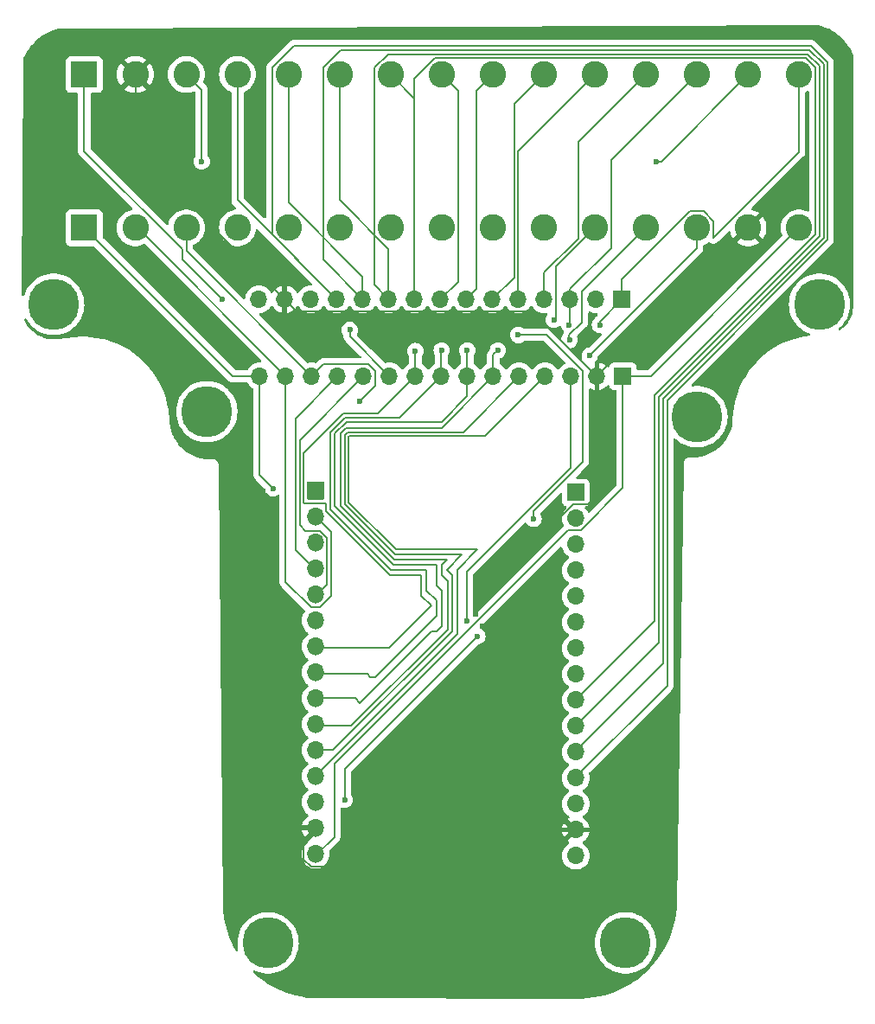
<source format=gbr>
%TF.GenerationSoftware,KiCad,Pcbnew,8.0.5*%
%TF.CreationDate,2025-02-15T20:25:57+11:00*%
%TF.ProjectId,hello_world,68656c6c-6f5f-4776-9f72-6c642e6b6963,1*%
%TF.SameCoordinates,Original*%
%TF.FileFunction,Copper,L1,Top*%
%TF.FilePolarity,Positive*%
%FSLAX46Y46*%
G04 Gerber Fmt 4.6, Leading zero omitted, Abs format (unit mm)*
G04 Created by KiCad (PCBNEW 8.0.5) date 2025-02-15 20:25:57*
%MOMM*%
%LPD*%
G01*
G04 APERTURE LIST*
%TA.AperFunction,ComponentPad*%
%ADD10R,1.700000X1.700000*%
%TD*%
%TA.AperFunction,ComponentPad*%
%ADD11O,1.700000X1.700000*%
%TD*%
%TA.AperFunction,ComponentPad*%
%ADD12C,0.800000*%
%TD*%
%TA.AperFunction,ComponentPad*%
%ADD13C,5.000000*%
%TD*%
%TA.AperFunction,ComponentPad*%
%ADD14R,2.600000X2.600000*%
%TD*%
%TA.AperFunction,ComponentPad*%
%ADD15C,2.600000*%
%TD*%
%TA.AperFunction,ComponentPad*%
%ADD16R,1.524000X1.524000*%
%TD*%
%TA.AperFunction,ComponentPad*%
%ADD17C,1.524000*%
%TD*%
%TA.AperFunction,ViaPad*%
%ADD18C,0.600000*%
%TD*%
%TA.AperFunction,Conductor*%
%ADD19C,0.200000*%
%TD*%
G04 APERTURE END LIST*
D10*
%TO.P,J1,1,Pin_1*%
%TO.N,EN*%
X136139095Y-115720093D03*
D11*
%TO.P,J1,2,Pin_2*%
%TO.N,VP*%
X136139095Y-118260093D03*
%TO.P,J1,3,Pin_3*%
%TO.N,VN*%
X136139095Y-120800093D03*
%TO.P,J1,4,Pin_4*%
%TO.N,D34*%
X136139095Y-123340093D03*
%TO.P,J1,5,Pin_5*%
%TO.N,D35*%
X136139095Y-125880093D03*
%TO.P,J1,6,Pin_6*%
%TO.N,D32*%
X136139095Y-128420093D03*
%TO.P,J1,7,Pin_7*%
%TO.N,D33*%
X136139095Y-130960093D03*
%TO.P,J1,8,Pin_8*%
%TO.N,D25*%
X136139095Y-133500093D03*
%TO.P,J1,9,Pin_9*%
%TO.N,D26*%
X136139095Y-136040093D03*
%TO.P,J1,10,Pin_10*%
%TO.N,D27*%
X136139095Y-138580093D03*
%TO.P,J1,11,Pin_11*%
%TO.N,D14*%
X136139095Y-141120093D03*
%TO.P,J1,12,Pin_12*%
%TO.N,D12*%
X136139095Y-143660093D03*
%TO.P,J1,13,Pin_13*%
%TO.N,D13*%
X136139095Y-146200093D03*
%TO.P,J1,14,Pin_14*%
%TO.N,GND*%
X136139095Y-148740093D03*
%TO.P,J1,15,Pin_15*%
%TO.N,VIN*%
X136139095Y-151280093D03*
%TD*%
D10*
%TO.P,J2,1,Pin_1*%
%TO.N,D23*%
X161639095Y-115920093D03*
D11*
%TO.P,J2,2,Pin_2*%
%TO.N,D22*%
X161639095Y-118460093D03*
%TO.P,J2,3,Pin_3*%
%TO.N,TX0*%
X161639095Y-121000093D03*
%TO.P,J2,4,Pin_4*%
%TO.N,RX0*%
X161639095Y-123540093D03*
%TO.P,J2,5,Pin_5*%
%TO.N,D21*%
X161639095Y-126080093D03*
%TO.P,J2,6,Pin_6*%
%TO.N,D19*%
X161639095Y-128620093D03*
%TO.P,J2,7,Pin_7*%
%TO.N,D18*%
X161639095Y-131160093D03*
%TO.P,J2,8,Pin_8*%
%TO.N,D5*%
X161639095Y-133700093D03*
%TO.P,J2,9,Pin_9*%
%TO.N,TX2*%
X161639095Y-136240093D03*
%TO.P,J2,10,Pin_10*%
%TO.N,RX2*%
X161639095Y-138780093D03*
%TO.P,J2,11,Pin_11*%
%TO.N,D4*%
X161639095Y-141320093D03*
%TO.P,J2,12,Pin_12*%
%TO.N,D2*%
X161639095Y-143860093D03*
%TO.P,J2,13,Pin_13*%
%TO.N,D15*%
X161639095Y-146400093D03*
%TO.P,J2,14,Pin_14*%
%TO.N,GND*%
X161639095Y-148940093D03*
%TO.P,J2,15,Pin_15*%
%TO.N,3V3*%
X161639095Y-151480093D03*
%TD*%
D12*
%TO.P,REF\u002A\u002A,1*%
%TO.N,N/C*%
X164625000Y-160000000D03*
X165174175Y-158674175D03*
X165174175Y-161325825D03*
X166500000Y-158125000D03*
D13*
X166500000Y-160000000D03*
D12*
X166500000Y-161875000D03*
X167825825Y-158674175D03*
X167825825Y-161325825D03*
X168375000Y-160000000D03*
%TD*%
D10*
%TO.P,J3,1,Pin_1*%
%TO.N,D23*%
X166160000Y-97000000D03*
D11*
%TO.P,J3,2,Pin_2*%
%TO.N,D22*%
X163620000Y-97000000D03*
%TO.P,J3,3,Pin_3*%
%TO.N,TX0*%
X161080000Y-97000000D03*
%TO.P,J3,4,Pin_4*%
%TO.N,RX0*%
X158540000Y-97000000D03*
%TO.P,J3,5,Pin_5*%
%TO.N,D21*%
X156000000Y-97000000D03*
%TO.P,J3,6,Pin_6*%
%TO.N,D19*%
X153460000Y-97000000D03*
%TO.P,J3,7,Pin_7*%
%TO.N,D18*%
X150920000Y-97000000D03*
%TO.P,J3,8,Pin_8*%
%TO.N,D5*%
X148380000Y-97000000D03*
%TO.P,J3,9,Pin_9*%
%TO.N,TX2*%
X145840000Y-97000000D03*
%TO.P,J3,10,Pin_10*%
%TO.N,RX2*%
X143300000Y-97000000D03*
%TO.P,J3,11,Pin_11*%
%TO.N,D4*%
X140760000Y-97000000D03*
%TO.P,J3,12,Pin_12*%
%TO.N,D2*%
X138220000Y-97000000D03*
%TO.P,J3,13,Pin_13*%
%TO.N,D15*%
X135680000Y-97000000D03*
%TO.P,J3,14,Pin_14*%
%TO.N,GND*%
X133140000Y-97000000D03*
%TO.P,J3,15,Pin_15*%
%TO.N,3V3*%
X130600000Y-97000000D03*
%TD*%
D12*
%TO.P,REF\u002A\u002A,1*%
%TO.N,N/C*%
X171625000Y-108500000D03*
X172174175Y-107174175D03*
X172174175Y-109825825D03*
X173500000Y-106625000D03*
D13*
X173500000Y-108500000D03*
D12*
X173500000Y-110375000D03*
X174825825Y-107174175D03*
X174825825Y-109825825D03*
X175375000Y-108500000D03*
%TD*%
D14*
%TO.P,screwBottom1,1,Pin_1*%
%TO.N,EN*%
X113500000Y-90000000D03*
D15*
%TO.P,screwBottom1,2,Pin_2*%
%TO.N,VP*%
X118500000Y-90000000D03*
%TO.P,screwBottom1,3,Pin_3*%
%TO.N,VN*%
X123500000Y-90000000D03*
%TO.P,screwBottom1,4,Pin_4*%
%TO.N,D34*%
X128500000Y-90000000D03*
%TO.P,screwBottom1,5,Pin_5*%
%TO.N,D35*%
X133500000Y-90000000D03*
%TO.P,screwBottom1,6,Pin_6*%
%TO.N,D32*%
X138500000Y-90000000D03*
%TO.P,screwBottom1,7,Pin_7*%
%TO.N,D33*%
X143500000Y-90000000D03*
%TO.P,screwBottom1,8,Pin_8*%
%TO.N,D25*%
X148500000Y-90000000D03*
%TO.P,screwBottom1,9,Pin_9*%
%TO.N,D26*%
X153500000Y-90000000D03*
%TO.P,screwBottom1,10,Pin_10*%
%TO.N,D27*%
X158500000Y-90000000D03*
%TO.P,screwBottom1,11,Pin_11*%
%TO.N,D14*%
X163500000Y-90000000D03*
%TO.P,screwBottom1,12,Pin_12*%
%TO.N,D12*%
X168500000Y-90000000D03*
%TO.P,screwBottom1,13,Pin_13*%
%TO.N,D13*%
X173500000Y-90000000D03*
%TO.P,screwBottom1,14,Pin_14*%
%TO.N,GND*%
X178500000Y-90000000D03*
%TO.P,screwBottom1,15,Pin_15*%
%TO.N,VIN*%
X183500000Y-90000000D03*
%TD*%
D12*
%TO.P,REF\u002A\u002A,1*%
%TO.N,N/C*%
X123625000Y-108000000D03*
X124174175Y-106674175D03*
X124174175Y-109325825D03*
X125500000Y-106125000D03*
D13*
X125500000Y-108000000D03*
D12*
X125500000Y-109875000D03*
X126825825Y-106674175D03*
X126825825Y-109325825D03*
X127375000Y-108000000D03*
%TD*%
D14*
%TO.P,screwTop1,1,Pin_1*%
%TO.N,3V3*%
X113500000Y-75000000D03*
D15*
%TO.P,screwTop1,2,Pin_2*%
%TO.N,GND*%
X118500000Y-75000000D03*
%TO.P,screwTop1,3,Pin_3*%
%TO.N,D15*%
X123500000Y-75000000D03*
%TO.P,screwTop1,4,Pin_4*%
%TO.N,D2*%
X128500000Y-75000000D03*
%TO.P,screwTop1,5,Pin_5*%
%TO.N,D4*%
X133500000Y-75000000D03*
%TO.P,screwTop1,6,Pin_6*%
%TO.N,RX2*%
X138500000Y-75000000D03*
%TO.P,screwTop1,7,Pin_7*%
%TO.N,TX2*%
X143500000Y-75000000D03*
%TO.P,screwTop1,8,Pin_8*%
%TO.N,D5*%
X148500000Y-75000000D03*
%TO.P,screwTop1,9,Pin_9*%
%TO.N,D18*%
X153500000Y-75000000D03*
%TO.P,screwTop1,10,Pin_10*%
%TO.N,D19*%
X158500000Y-75000000D03*
%TO.P,screwTop1,11,Pin_11*%
%TO.N,D21*%
X163500000Y-75000000D03*
%TO.P,screwTop1,12,Pin_12*%
%TO.N,RX0*%
X168500000Y-75000000D03*
%TO.P,screwTop1,13,Pin_13*%
%TO.N,TX0*%
X173500000Y-75000000D03*
%TO.P,screwTop1,14,Pin_14*%
%TO.N,D22*%
X178500000Y-75000000D03*
%TO.P,screwTop1,15,Pin_15*%
%TO.N,D23*%
X183500000Y-75000000D03*
%TD*%
D12*
%TO.P,REF\u002A\u002A,1*%
%TO.N,N/C*%
X108625000Y-97500000D03*
X109174175Y-96174175D03*
X109174175Y-98825825D03*
X110500000Y-95625000D03*
D13*
X110500000Y-97500000D03*
D12*
X110500000Y-99375000D03*
X111825825Y-96174175D03*
X111825825Y-98825825D03*
X112375000Y-97500000D03*
%TD*%
%TO.P,REF\u002A\u002A,1*%
%TO.N,N/C*%
X129625000Y-160000000D03*
X130174175Y-158674175D03*
X130174175Y-161325825D03*
X131500000Y-158125000D03*
D13*
X131500000Y-160000000D03*
D12*
X131500000Y-161875000D03*
X132825825Y-158674175D03*
X132825825Y-161325825D03*
X133375000Y-160000000D03*
%TD*%
%TO.P,REF\u002A\u002A,1*%
%TO.N,N/C*%
X183625000Y-97500000D03*
X184174175Y-96174175D03*
X184174175Y-98825825D03*
X185500000Y-95625000D03*
D13*
X185500000Y-97500000D03*
D12*
X185500000Y-99375000D03*
X186825825Y-96174175D03*
X186825825Y-98825825D03*
X187375000Y-97500000D03*
%TD*%
D10*
%TO.P,J4,1,Pin_1*%
%TO.N,VIN*%
X166250000Y-104525000D03*
D11*
%TO.P,J4,2,Pin_2*%
%TO.N,GND*%
X163710000Y-104525000D03*
%TO.P,J4,3,Pin_3*%
%TO.N,D13*%
X161170000Y-104525000D03*
%TO.P,J4,4,Pin_4*%
%TO.N,D12*%
X158630000Y-104525000D03*
%TO.P,J4,5,Pin_5*%
%TO.N,D14*%
X156090000Y-104525000D03*
%TO.P,J4,6,Pin_6*%
%TO.N,D27*%
X153550000Y-104525000D03*
%TO.P,J4,7,Pin_7*%
%TO.N,D26*%
X151010000Y-104525000D03*
%TO.P,J4,8,Pin_8*%
%TO.N,D25*%
X148470000Y-104525000D03*
%TO.P,J4,9,Pin_9*%
%TO.N,D33*%
X145930000Y-104525000D03*
%TO.P,J4,10,Pin_10*%
%TO.N,D32*%
X143390000Y-104525000D03*
%TO.P,J4,11,Pin_11*%
%TO.N,D35*%
X140850000Y-104525000D03*
%TO.P,J4,12,Pin_12*%
%TO.N,D34*%
X138310000Y-104525000D03*
%TO.P,J4,13,Pin_13*%
%TO.N,VN*%
X135770000Y-104525000D03*
%TO.P,J4,14,Pin_14*%
%TO.N,VP*%
X133230000Y-104525000D03*
%TO.P,J4,15,Pin_15*%
%TO.N,EN*%
X130690000Y-104525000D03*
%TD*%
D16*
%TO.P,U1,1,EN*%
%TO.N,EN*%
X136139095Y-115920093D03*
D17*
%TO.P,U1,2,SENSOR_VP*%
%TO.N,VP*%
X136139095Y-118460093D03*
%TO.P,U1,3,SENSOR_VN*%
%TO.N,VN*%
X136139095Y-121000093D03*
%TO.P,U1,4,IO34*%
%TO.N,D34*%
X136139095Y-123540093D03*
%TO.P,U1,5,IO35*%
%TO.N,D35*%
X136139095Y-126080093D03*
%TO.P,U1,6,IO32*%
%TO.N,D32*%
X136139095Y-128620093D03*
%TO.P,U1,7,IO33*%
%TO.N,D33*%
X136139095Y-131160093D03*
%TO.P,U1,8,IO25*%
%TO.N,D25*%
X136139095Y-133700093D03*
%TO.P,U1,9,IO26*%
%TO.N,D26*%
X136139095Y-136240093D03*
%TO.P,U1,10,IO27*%
%TO.N,D27*%
X136139095Y-138780093D03*
%TO.P,U1,11,IO14*%
%TO.N,D14*%
X136139095Y-141320093D03*
%TO.P,U1,12,IO12*%
%TO.N,D12*%
X136139095Y-143860093D03*
%TO.P,U1,13,IO13*%
%TO.N,D13*%
X136139095Y-146400093D03*
%TO.P,U1,14,GND*%
%TO.N,GND*%
X136139095Y-148940093D03*
%TO.P,U1,15,VIN*%
%TO.N,VIN*%
X136139095Y-151480093D03*
%TO.P,U1,16,3V3*%
%TO.N,3V3*%
X161539095Y-151480093D03*
%TO.P,U1,17,GND*%
%TO.N,GND*%
X161539095Y-148940093D03*
%TO.P,U1,18,IO15*%
%TO.N,D15*%
X161539095Y-146400093D03*
%TO.P,U1,19,IO2*%
%TO.N,D2*%
X161539095Y-143860093D03*
%TO.P,U1,20,IO4*%
%TO.N,D4*%
X161539095Y-141320093D03*
%TO.P,U1,21,IO16*%
%TO.N,RX2*%
X161539095Y-138780093D03*
%TO.P,U1,22,IO17*%
%TO.N,TX2*%
X161539095Y-136240093D03*
%TO.P,U1,23,IO5*%
%TO.N,D5*%
X161539095Y-133700093D03*
%TO.P,U1,24,IO18*%
%TO.N,D18*%
X161539095Y-131160093D03*
%TO.P,U1,25,IO19*%
%TO.N,D19*%
X161539095Y-128620093D03*
%TO.P,U1,26,IO21*%
%TO.N,D21*%
X161539095Y-126080093D03*
%TO.P,U1,27,RXD0/IO3*%
%TO.N,RX0*%
X161539095Y-123540093D03*
%TO.P,U1,28,TXD0/IO1*%
%TO.N,TX0*%
X161539095Y-121000093D03*
%TO.P,U1,29,IO22*%
%TO.N,D22*%
X161539095Y-118460093D03*
%TO.P,U1,30,IO23*%
%TO.N,D23*%
X161539095Y-115920093D03*
%TD*%
D18*
%TO.N,TX0*%
X161000000Y-99500000D03*
%TO.N,D22*%
X169500000Y-83500000D03*
%TO.N,D21*%
X157500000Y-118500000D03*
X156000000Y-100500000D03*
%TO.N,3V3*%
X127000000Y-97000000D03*
%TO.N,D23*%
X164000000Y-99500000D03*
%TO.N,D15*%
X125000000Y-83500000D03*
%TO.N,GND*%
X152500000Y-129000000D03*
X151825735Y-127825735D03*
%TO.N,D14*%
X159500000Y-99000000D03*
%TO.N,D25*%
X148500000Y-102000000D03*
%TO.N,D12*%
X161016765Y-100983235D03*
%TO.N,VN*%
X140500000Y-107000000D03*
%TO.N,D13*%
X152000000Y-130000000D03*
X139000000Y-146000000D03*
X151000000Y-128500000D03*
X163000000Y-102500000D03*
%TO.N,EN*%
X132000000Y-115500000D03*
%TO.N,D26*%
X151010000Y-102010000D03*
%TO.N,D32*%
X139500000Y-100000000D03*
%TO.N,D27*%
X154000000Y-102000000D03*
%TO.N,D33*%
X145930000Y-102070000D03*
%TD*%
D19*
%TO.N,TX0*%
X165100000Y-91990000D02*
X161080000Y-96010000D01*
X161080000Y-97000000D02*
X161080000Y-99420000D01*
X161080000Y-99420000D02*
X161000000Y-99500000D01*
X173500000Y-75000000D02*
X165100000Y-83400000D01*
X165100000Y-83400000D02*
X165100000Y-91990000D01*
X161080000Y-96010000D02*
X161080000Y-97000000D01*
%TO.N,D4*%
X140760000Y-97000000D02*
X136900000Y-93140000D01*
X184494114Y-72600000D02*
X185900000Y-74005886D01*
X170175000Y-132684188D02*
X161539095Y-141320093D01*
X185900000Y-74005886D02*
X185900000Y-90994114D01*
X136900000Y-74337258D02*
X138637258Y-72600000D01*
X170175000Y-106719114D02*
X170175000Y-132684188D01*
X138637258Y-72600000D02*
X184494114Y-72600000D01*
X136900000Y-93140000D02*
X136900000Y-74337258D01*
X133500000Y-87500000D02*
X140760000Y-94760000D01*
X133500000Y-75000000D02*
X133500000Y-87500000D01*
X185900000Y-90994114D02*
X170175000Y-106719114D01*
X140760000Y-94760000D02*
X140760000Y-97000000D01*
%TO.N,D19*%
X158500000Y-75000000D02*
X155600000Y-77900000D01*
X155600000Y-77900000D02*
X155600000Y-94860000D01*
X155600000Y-94860000D02*
X153460000Y-97000000D01*
%TO.N,D22*%
X170000000Y-83500000D02*
X169500000Y-83500000D01*
X178500000Y-75000000D02*
X170000000Y-83500000D01*
%TO.N,D21*%
X162320000Y-112887108D02*
X157500000Y-117707108D01*
X163500000Y-75000000D02*
X156000000Y-82500000D01*
X156000000Y-82500000D02*
X156000000Y-97000000D01*
X162320000Y-104048654D02*
X162320000Y-112887108D01*
X156000000Y-97000000D02*
X156500000Y-97000000D01*
X157500000Y-117707108D02*
X157500000Y-118500000D01*
X156000000Y-100500000D02*
X158771346Y-100500000D01*
X158771346Y-100500000D02*
X162320000Y-104048654D01*
%TO.N,3V3*%
X113500000Y-82489314D02*
X123100000Y-92089314D01*
X123100000Y-93100000D02*
X127000000Y-97000000D01*
X123100000Y-92089314D02*
X123100000Y-93100000D01*
X113500000Y-75000000D02*
X113500000Y-82489314D01*
%TO.N,RX2*%
X143300000Y-92062742D02*
X143300000Y-97000000D01*
X143237258Y-73000000D02*
X184328428Y-73000000D01*
X169775000Y-106553428D02*
X169775000Y-130644188D01*
X185500000Y-74171572D02*
X185500000Y-90828428D01*
X143300000Y-97000000D02*
X141900000Y-95600000D01*
X169775000Y-130644188D02*
X161639095Y-138780093D01*
X138500000Y-75000000D02*
X138500000Y-87262742D01*
X184328428Y-73000000D02*
X185500000Y-74171572D01*
X185500000Y-90828428D02*
X169775000Y-106553428D01*
X141900000Y-74337258D02*
X143237258Y-73000000D01*
X138500000Y-87262742D02*
X143300000Y-92062742D01*
X141900000Y-95600000D02*
X141900000Y-74337258D01*
%TO.N,D23*%
X175100000Y-89337258D02*
X174162742Y-88400000D01*
X183500000Y-75000000D02*
X183500000Y-82565686D01*
X166160000Y-95077258D02*
X166160000Y-97000000D01*
X166160000Y-97000000D02*
X164000000Y-99160000D01*
X164000000Y-99160000D02*
X164000000Y-99500000D01*
X172837258Y-88400000D02*
X166160000Y-95077258D01*
X175100000Y-90965686D02*
X175100000Y-89337258D01*
X174162742Y-88400000D02*
X172837258Y-88400000D01*
X183500000Y-82565686D02*
X175100000Y-90965686D01*
%TO.N,D2*%
X186300000Y-91159800D02*
X170575000Y-106884800D01*
X184659800Y-72200000D02*
X186300000Y-73840200D01*
X170575000Y-106884800D02*
X170575000Y-134824188D01*
X186300000Y-73840200D02*
X186300000Y-91159800D01*
X131900000Y-74337258D02*
X134037258Y-72200000D01*
X170575000Y-134824188D02*
X161539095Y-143860093D01*
X128500000Y-87280000D02*
X138220000Y-97000000D01*
X131900000Y-90680000D02*
X131900000Y-74337258D01*
X138220000Y-97000000D02*
X131900000Y-90680000D01*
X128500000Y-75000000D02*
X128500000Y-87280000D01*
X134037258Y-72200000D02*
X184659800Y-72200000D01*
%TO.N,RX0*%
X161900000Y-81600000D02*
X161900000Y-91034314D01*
X168500000Y-75000000D02*
X161900000Y-81600000D01*
X158540000Y-94394314D02*
X158540000Y-97000000D01*
X161900000Y-91034314D02*
X158540000Y-94394314D01*
%TO.N,D15*%
X123500000Y-75000000D02*
X125000000Y-76500000D01*
X125000000Y-76500000D02*
X125000000Y-83500000D01*
%TO.N,D5*%
X150100000Y-76600000D02*
X150100000Y-95280000D01*
X148500000Y-75000000D02*
X150100000Y-76600000D01*
X150100000Y-95280000D02*
X148380000Y-97000000D01*
%TO.N,TX2*%
X147837258Y-73400000D02*
X184162742Y-73400000D01*
X145840000Y-75397258D02*
X147837258Y-73400000D01*
X169375000Y-128504188D02*
X161639095Y-136240093D01*
X185100000Y-74337258D02*
X185100000Y-90662742D01*
X145840000Y-77340000D02*
X145840000Y-97000000D01*
X184162742Y-73400000D02*
X185100000Y-74337258D01*
X145840000Y-97000000D02*
X145840000Y-75397258D01*
X143500000Y-75000000D02*
X145840000Y-77340000D01*
X169375000Y-106387742D02*
X169375000Y-128504188D01*
X185100000Y-90662742D02*
X169375000Y-106387742D01*
%TO.N,D18*%
X151900000Y-76600000D02*
X151900000Y-96020000D01*
X153500000Y-75000000D02*
X151900000Y-76600000D01*
X151900000Y-96020000D02*
X150920000Y-97000000D01*
%TO.N,GND*%
X135699200Y-152542093D02*
X134989095Y-151831988D01*
X133140000Y-97000000D02*
X118500000Y-82360000D01*
X153099501Y-140400499D02*
X161639095Y-148940093D01*
X163710000Y-104525000D02*
X157335000Y-98150000D01*
X153099501Y-140400499D02*
X140957907Y-152542093D01*
X157335000Y-98150000D02*
X134290000Y-98150000D01*
X153000000Y-140300998D02*
X153099501Y-140400499D01*
X152500000Y-129000000D02*
X153000000Y-129500000D01*
X134989095Y-151831988D02*
X134989095Y-149890093D01*
X163710000Y-116149188D02*
X162789095Y-117070093D01*
X140957907Y-152542093D02*
X135699200Y-152542093D01*
X151967157Y-126505685D02*
X151967157Y-127967157D01*
X178235000Y-90000000D02*
X163710000Y-104525000D01*
X118500000Y-82360000D02*
X118500000Y-75000000D01*
X178500000Y-90000000D02*
X178235000Y-90000000D01*
X134290000Y-98150000D02*
X133140000Y-97000000D01*
X151967157Y-127967157D02*
X151825735Y-127825735D01*
X162789095Y-117070093D02*
X161402749Y-117070093D01*
X163710000Y-104525000D02*
X163710000Y-116149188D01*
X161402749Y-117070093D02*
X151967157Y-126505685D01*
X153000000Y-129500000D02*
X153000000Y-140300998D01*
X134989095Y-149890093D02*
X136139095Y-148740093D01*
%TO.N,D14*%
X137879907Y-141120093D02*
X136139095Y-141120093D01*
X139000000Y-117065686D02*
X143934314Y-122000000D01*
X149500000Y-129500000D02*
X137879907Y-141120093D01*
X163500000Y-90000000D02*
X159690000Y-93810000D01*
X149000000Y-123500000D02*
X149500000Y-124000000D01*
X139000000Y-110292892D02*
X139000000Y-117065686D01*
X139292892Y-110000000D02*
X139000000Y-110292892D01*
X149500000Y-124000000D02*
X149500000Y-129500000D01*
X150615000Y-110000000D02*
X139292892Y-110000000D01*
X159690000Y-93810000D02*
X159690000Y-98810000D01*
X143934314Y-122000000D02*
X150500000Y-122000000D01*
X156090000Y-104525000D02*
X150615000Y-110000000D01*
X159690000Y-98810000D02*
X159500000Y-99000000D01*
X150500000Y-122000000D02*
X149000000Y-123500000D01*
%TO.N,D25*%
X143500000Y-123500000D02*
X147000000Y-123500000D01*
X148000000Y-126500000D02*
X148000000Y-128000000D01*
X138995834Y-108600000D02*
X137600000Y-109995834D01*
X141500000Y-134000000D02*
X141200093Y-133700093D01*
X148470000Y-104525000D02*
X144395000Y-108600000D01*
X147000000Y-123500000D02*
X147000000Y-125500000D01*
X148000000Y-128000000D02*
X142000000Y-134000000D01*
X144395000Y-108600000D02*
X138995834Y-108600000D01*
X141200093Y-133700093D02*
X136139095Y-133700093D01*
X142000000Y-134000000D02*
X141500000Y-134000000D01*
X148470000Y-102030000D02*
X148500000Y-102000000D01*
X147000000Y-125500000D02*
X148000000Y-126500000D01*
X148470000Y-104525000D02*
X148470000Y-102030000D01*
X137600000Y-109995834D02*
X137600000Y-117600000D01*
X137600000Y-117600000D02*
X143500000Y-123500000D01*
%TO.N,D34*%
X134189095Y-121590093D02*
X136139095Y-123540093D01*
X134189095Y-108645905D02*
X134189095Y-121590093D01*
X138310000Y-104525000D02*
X134189095Y-108645905D01*
%TO.N,D12*%
X144000000Y-121500000D02*
X152000000Y-121500000D01*
X158630000Y-104525000D02*
X152755000Y-110400000D01*
X161000000Y-100500000D02*
X161000000Y-100966470D01*
X152000000Y-121500000D02*
X150000000Y-123500000D01*
X168500000Y-90000000D02*
X162246346Y-96253654D01*
X161000000Y-100966470D02*
X161016765Y-100983235D01*
X162246346Y-96253654D02*
X162246346Y-99253654D01*
X139458578Y-110400000D02*
X139400000Y-110458578D01*
X152755000Y-110400000D02*
X139458578Y-110400000D01*
X150000000Y-123500000D02*
X150000000Y-129799188D01*
X150000000Y-129799188D02*
X136139095Y-143660093D01*
X162246346Y-99253654D02*
X161000000Y-100500000D01*
X139400000Y-116900000D02*
X144000000Y-121500000D01*
X139400000Y-110458578D02*
X139400000Y-116900000D01*
%TO.N,VIN*%
X168975000Y-104525000D02*
X166250000Y-104525000D01*
X166250000Y-104525000D02*
X166250000Y-115475534D01*
X160889907Y-119610093D02*
X138000000Y-142500000D01*
X138000000Y-149619188D02*
X136139095Y-151480093D01*
X138000000Y-142500000D02*
X138000000Y-149619188D01*
X162115441Y-119610093D02*
X160889907Y-119610093D01*
X166250000Y-115475534D02*
X162115441Y-119610093D01*
X183500000Y-90000000D02*
X168975000Y-104525000D01*
%TO.N,VN*%
X135770000Y-104525000D02*
X123500000Y-92255000D01*
X136920000Y-103375000D02*
X141326346Y-103375000D01*
X135770000Y-104525000D02*
X136920000Y-103375000D01*
X141326346Y-103375000D02*
X142000000Y-104048654D01*
X123500000Y-92255000D02*
X123500000Y-90000000D01*
X142000000Y-104048654D02*
X142000000Y-105500000D01*
X142000000Y-105500000D02*
X140500000Y-107000000D01*
%TO.N,VP*%
X133230000Y-124672893D02*
X135699200Y-127142093D01*
X137689095Y-119810093D02*
X136139095Y-118260093D01*
X136578990Y-127142093D02*
X137689095Y-126031988D01*
X137689095Y-126031988D02*
X137689095Y-119810093D01*
X133230000Y-104525000D02*
X118705000Y-90000000D01*
X135699200Y-127142093D02*
X136578990Y-127142093D01*
X118705000Y-90000000D02*
X118500000Y-90000000D01*
X133230000Y-104525000D02*
X133230000Y-124672893D01*
%TO.N,D13*%
X152000000Y-130000000D02*
X139000000Y-143000000D01*
X139000000Y-143000000D02*
X139000000Y-146000000D01*
X161170000Y-113471422D02*
X151000000Y-123641422D01*
X173500000Y-90000000D02*
X173500000Y-92000000D01*
X173500000Y-92000000D02*
X163000000Y-102500000D01*
X151000000Y-123641422D02*
X151000000Y-128500000D01*
X161170000Y-104525000D02*
X161170000Y-113471422D01*
%TO.N,D35*%
X134589095Y-119089095D02*
X135150093Y-119650093D01*
X135150093Y-119650093D02*
X136615441Y-119650093D01*
X137289095Y-120323747D02*
X137289095Y-124930093D01*
X137289095Y-124930093D02*
X136139095Y-126080093D01*
X134589095Y-110785905D02*
X134589095Y-119089095D01*
X136615441Y-119650093D02*
X137289095Y-120323747D01*
X140850000Y-104525000D02*
X134589095Y-110785905D01*
%TO.N,EN*%
X130690000Y-104525000D02*
X130690000Y-114190000D01*
X128025000Y-104525000D02*
X113500000Y-90000000D01*
X130690000Y-114190000D02*
X132000000Y-115500000D01*
X130690000Y-104525000D02*
X128025000Y-104525000D01*
%TO.N,D26*%
X138000000Y-117197057D02*
X143802943Y-123000000D01*
X143802943Y-123000000D02*
X148000000Y-123000000D01*
X140500000Y-136500000D02*
X140040093Y-136040093D01*
X151000000Y-102000000D02*
X151010000Y-102010000D01*
X148000000Y-129500000D02*
X147500000Y-129500000D01*
X138000000Y-110161520D02*
X138000000Y-117197057D01*
X151010000Y-104525000D02*
X151010000Y-106490000D01*
X140040093Y-136040093D02*
X136139095Y-136040093D01*
X151010000Y-104525000D02*
X151010000Y-102010000D01*
X147500000Y-129500000D02*
X140500000Y-136500000D01*
X148000000Y-125000000D02*
X148500000Y-125500000D01*
X148500000Y-125500000D02*
X148500000Y-129000000D01*
X148500000Y-129000000D02*
X148000000Y-129500000D01*
X148000000Y-123000000D02*
X148000000Y-125000000D01*
X139161520Y-109000000D02*
X138000000Y-110161520D01*
X148500000Y-109000000D02*
X139161520Y-109000000D01*
X151010000Y-106490000D02*
X148500000Y-109000000D01*
%TO.N,D32*%
X139500000Y-100635000D02*
X139500000Y-100000000D01*
X143390000Y-104525000D02*
X139500000Y-100635000D01*
%TO.N,D27*%
X139654221Y-138780093D02*
X136139095Y-138780093D01*
X153550000Y-102450000D02*
X154000000Y-102000000D01*
X149100000Y-129334314D02*
X139654221Y-138780093D01*
X149100000Y-124600000D02*
X149100000Y-129334314D01*
X153550000Y-104525000D02*
X153550000Y-102450000D01*
X143868628Y-122500000D02*
X149000000Y-122500000D01*
X149000000Y-122500000D02*
X148500000Y-123000000D01*
X138600000Y-117231372D02*
X143868628Y-122500000D01*
X148500000Y-124000000D02*
X149100000Y-124600000D01*
X138600000Y-110127206D02*
X138600000Y-117231372D01*
X153550000Y-104525000D02*
X148475000Y-109600000D01*
X139127206Y-109600000D02*
X138600000Y-110127206D01*
X148500000Y-123000000D02*
X148500000Y-124000000D01*
X148475000Y-109600000D02*
X139127206Y-109600000D01*
%TO.N,D33*%
X146000000Y-102000000D02*
X145930000Y-102070000D01*
X143434314Y-124000000D02*
X146500000Y-124000000D01*
X147500000Y-127000000D02*
X143339907Y-131160093D01*
X142255000Y-108200000D02*
X138830148Y-108200000D01*
X137200000Y-116982093D02*
X137200000Y-117765686D01*
X138830148Y-108200000D02*
X134989095Y-112041053D01*
X134989095Y-116894093D02*
X135077095Y-116982093D01*
X143339907Y-131160093D02*
X136139095Y-131160093D01*
X145930000Y-104525000D02*
X145930000Y-102070000D01*
X135077095Y-116982093D02*
X137200000Y-116982093D01*
X134989095Y-112041053D02*
X134989095Y-116894093D01*
X137200000Y-117765686D02*
X143434314Y-124000000D01*
X146500000Y-126000000D02*
X147500000Y-127000000D01*
X146500000Y-124000000D02*
X146500000Y-126000000D01*
X145930000Y-104525000D02*
X142255000Y-108200000D01*
%TD*%
%TA.AperFunction,Conductor*%
%TO.N,GND*%
G36*
X160203850Y-115955005D02*
G01*
X160259783Y-115996877D01*
X160284044Y-116060378D01*
X160288123Y-116106994D01*
X160288595Y-116117803D01*
X160288595Y-116817963D01*
X160288596Y-116817969D01*
X160295003Y-116877576D01*
X160345297Y-117012421D01*
X160345301Y-117012428D01*
X160431547Y-117127637D01*
X160431550Y-117127640D01*
X160546759Y-117213886D01*
X160546766Y-117213890D01*
X160678176Y-117262903D01*
X160734110Y-117304774D01*
X160758527Y-117370238D01*
X160743675Y-117438511D01*
X160722525Y-117466766D01*
X160600598Y-117588693D01*
X160465061Y-117782261D01*
X160454832Y-117804195D01*
X160444041Y-117822888D01*
X160441564Y-117826426D01*
X160441559Y-117826435D01*
X160348202Y-118026641D01*
X160348199Y-118026647D01*
X160291025Y-118240022D01*
X160291024Y-118240030D01*
X160271772Y-118460090D01*
X160271772Y-118460095D01*
X160291024Y-118680155D01*
X160291025Y-118680163D01*
X160348199Y-118893538D01*
X160348203Y-118893549D01*
X160441580Y-119093798D01*
X160452072Y-119162875D01*
X160431606Y-119208646D01*
X160432614Y-119209150D01*
X160432613Y-119209152D01*
X160429365Y-119213658D01*
X160423552Y-119226659D01*
X160416885Y-119233877D01*
X160409392Y-119241371D01*
X160409391Y-119241370D01*
X160409385Y-119241379D01*
X151812181Y-127838583D01*
X151750858Y-127872068D01*
X151681166Y-127867084D01*
X151625233Y-127825212D01*
X151600816Y-127759748D01*
X151600500Y-127750902D01*
X151600500Y-123941518D01*
X151620185Y-123874479D01*
X151636814Y-123853842D01*
X156612912Y-118877743D01*
X156674233Y-118844260D01*
X156743925Y-118849244D01*
X156799858Y-118891116D01*
X156805584Y-118899454D01*
X156870179Y-119002256D01*
X156870184Y-119002262D01*
X156997738Y-119129816D01*
X157050351Y-119162875D01*
X157131171Y-119213658D01*
X157150478Y-119225789D01*
X157195032Y-119241379D01*
X157320745Y-119285368D01*
X157320750Y-119285369D01*
X157499996Y-119305565D01*
X157500000Y-119305565D01*
X157500004Y-119305565D01*
X157679249Y-119285369D01*
X157679252Y-119285368D01*
X157679255Y-119285368D01*
X157849522Y-119225789D01*
X158002262Y-119129816D01*
X158129816Y-119002262D01*
X158225789Y-118849522D01*
X158285368Y-118679255D01*
X158305565Y-118500000D01*
X158301068Y-118460090D01*
X158285369Y-118320750D01*
X158285368Y-118320745D01*
X158225788Y-118150475D01*
X158154948Y-118037736D01*
X158135947Y-117970499D01*
X158156314Y-117903664D01*
X158172255Y-117884087D01*
X160072837Y-115983504D01*
X160134158Y-115950021D01*
X160203850Y-115955005D01*
G37*
%TD.AperFunction*%
%TA.AperFunction,Conductor*%
G36*
X163960000Y-105855633D02*
G01*
X164173483Y-105798433D01*
X164173492Y-105798429D01*
X164387578Y-105698600D01*
X164581078Y-105563108D01*
X164703133Y-105441053D01*
X164764456Y-105407568D01*
X164834148Y-105412552D01*
X164890082Y-105454423D01*
X164906997Y-105485401D01*
X164956202Y-105617328D01*
X164956206Y-105617335D01*
X165042452Y-105732544D01*
X165042455Y-105732547D01*
X165157664Y-105818793D01*
X165157671Y-105818797D01*
X165202618Y-105835561D01*
X165292517Y-105869091D01*
X165352127Y-105875500D01*
X165525500Y-105875499D01*
X165592539Y-105895183D01*
X165638294Y-105947987D01*
X165649500Y-105999499D01*
X165649500Y-115175436D01*
X165629815Y-115242475D01*
X165613181Y-115263117D01*
X163027683Y-117848614D01*
X162966360Y-117882099D01*
X162896668Y-117877115D01*
X162840735Y-117835243D01*
X162827620Y-117813338D01*
X162813130Y-117782264D01*
X162813127Y-117782260D01*
X162813127Y-117782259D01*
X162677591Y-117588693D01*
X162677590Y-117588692D01*
X162555662Y-117466764D01*
X162522179Y-117405444D01*
X162527163Y-117335752D01*
X162569034Y-117279818D01*
X162600010Y-117262903D01*
X162731426Y-117213889D01*
X162846641Y-117127639D01*
X162932891Y-117012424D01*
X162983186Y-116877576D01*
X162989595Y-116817966D01*
X162989594Y-115022221D01*
X162983186Y-114962610D01*
X162948713Y-114870184D01*
X162932892Y-114827764D01*
X162932888Y-114827757D01*
X162846642Y-114712548D01*
X162846639Y-114712545D01*
X162731430Y-114626299D01*
X162731423Y-114626295D01*
X162596577Y-114576001D01*
X162596578Y-114576001D01*
X162536978Y-114569594D01*
X162536976Y-114569593D01*
X162536968Y-114569593D01*
X162536960Y-114569593D01*
X161786111Y-114569593D01*
X161719072Y-114549908D01*
X161673317Y-114497104D01*
X161663373Y-114427946D01*
X161692398Y-114364390D01*
X161698430Y-114357912D01*
X162166440Y-113889902D01*
X162678506Y-113377836D01*
X162678511Y-113377832D01*
X162688714Y-113367628D01*
X162688716Y-113367628D01*
X162800520Y-113255824D01*
X162879577Y-113118892D01*
X162909534Y-113007089D01*
X162920500Y-112966166D01*
X162920500Y-112808051D01*
X162920500Y-105841051D01*
X162940185Y-105774012D01*
X162992989Y-105728257D01*
X163062147Y-105718313D01*
X163096905Y-105728669D01*
X163246507Y-105798429D01*
X163246516Y-105798433D01*
X163460000Y-105855634D01*
X163460000Y-104958012D01*
X163517007Y-104990925D01*
X163644174Y-105025000D01*
X163775826Y-105025000D01*
X163902993Y-104990925D01*
X163960000Y-104958012D01*
X163960000Y-105855633D01*
G37*
%TD.AperFunction*%
%TA.AperFunction,Conductor*%
G36*
X184454775Y-76619065D02*
G01*
X184493740Y-76677061D01*
X184499500Y-76714415D01*
X184499500Y-88285584D01*
X184479815Y-88352623D01*
X184427011Y-88398378D01*
X184357853Y-88408322D01*
X184321699Y-88397304D01*
X184159643Y-88319263D01*
X184159645Y-88319263D01*
X183901773Y-88239720D01*
X183901767Y-88239718D01*
X183634936Y-88199500D01*
X183634929Y-88199500D01*
X183365071Y-88199500D01*
X183365063Y-88199500D01*
X183098232Y-88239718D01*
X183098226Y-88239720D01*
X182840358Y-88319262D01*
X182597230Y-88436346D01*
X182374258Y-88588365D01*
X182176442Y-88771910D01*
X182008185Y-88982898D01*
X181873258Y-89216599D01*
X181873256Y-89216603D01*
X181774666Y-89467804D01*
X181774664Y-89467811D01*
X181714616Y-89730898D01*
X181694451Y-89999995D01*
X181694451Y-90000004D01*
X181714616Y-90269101D01*
X181772162Y-90521226D01*
X181774666Y-90532195D01*
X181841935Y-90703593D01*
X181848103Y-90773190D01*
X181815665Y-90835073D01*
X181814187Y-90836576D01*
X168762584Y-103888181D01*
X168701261Y-103921666D01*
X168674903Y-103924500D01*
X167724499Y-103924500D01*
X167657460Y-103904815D01*
X167611705Y-103852011D01*
X167600499Y-103800500D01*
X167600499Y-103627129D01*
X167600498Y-103627123D01*
X167594091Y-103567516D01*
X167543797Y-103432671D01*
X167543793Y-103432664D01*
X167457547Y-103317455D01*
X167457544Y-103317452D01*
X167342335Y-103231206D01*
X167342328Y-103231202D01*
X167207482Y-103180908D01*
X167207483Y-103180908D01*
X167147883Y-103174501D01*
X167147881Y-103174500D01*
X167147873Y-103174500D01*
X167147864Y-103174500D01*
X165352129Y-103174500D01*
X165352123Y-103174501D01*
X165292516Y-103180908D01*
X165157671Y-103231202D01*
X165157664Y-103231206D01*
X165042455Y-103317452D01*
X165042452Y-103317455D01*
X164956206Y-103432664D01*
X164956202Y-103432671D01*
X164906997Y-103564598D01*
X164865126Y-103620532D01*
X164799661Y-103644949D01*
X164731388Y-103630097D01*
X164703134Y-103608946D01*
X164581082Y-103486894D01*
X164387578Y-103351399D01*
X164173492Y-103251570D01*
X164173486Y-103251567D01*
X163960000Y-103194364D01*
X163960000Y-104091988D01*
X163902993Y-104059075D01*
X163775826Y-104025000D01*
X163644174Y-104025000D01*
X163517007Y-104059075D01*
X163460000Y-104091988D01*
X163460000Y-103223233D01*
X163479685Y-103156194D01*
X163498243Y-103135645D01*
X163497338Y-103134740D01*
X163540495Y-103091583D01*
X163629816Y-103002262D01*
X163725789Y-102849522D01*
X163785368Y-102679255D01*
X163795161Y-102592329D01*
X163822226Y-102527918D01*
X163830690Y-102518543D01*
X173858506Y-92490728D01*
X173858511Y-92490724D01*
X173868714Y-92480520D01*
X173868716Y-92480520D01*
X173980520Y-92368716D01*
X174059577Y-92231784D01*
X174100500Y-92079057D01*
X174100500Y-91787132D01*
X174120185Y-91720093D01*
X174170697Y-91675413D01*
X174402775Y-91563651D01*
X174583628Y-91440346D01*
X174650104Y-91418847D01*
X174717654Y-91436701D01*
X174728966Y-91444427D01*
X174731284Y-91446206D01*
X174805084Y-91488814D01*
X174868215Y-91525263D01*
X175020943Y-91566187D01*
X175020946Y-91566187D01*
X175179054Y-91566187D01*
X175179057Y-91566187D01*
X175331785Y-91525263D01*
X175394916Y-91488814D01*
X175468716Y-91446206D01*
X175580520Y-91334402D01*
X175580520Y-91334400D01*
X175590724Y-91324197D01*
X175590728Y-91324192D01*
X176543606Y-90371313D01*
X176604925Y-90337831D01*
X176674616Y-90342815D01*
X176730550Y-90384687D01*
X176752174Y-90431404D01*
X176775143Y-90532035D01*
X176775148Y-90532052D01*
X176873709Y-90783181D01*
X176873708Y-90783181D01*
X177008602Y-91016822D01*
X177062294Y-91084151D01*
X177898958Y-90247487D01*
X177923978Y-90307890D01*
X177995112Y-90414351D01*
X178085649Y-90504888D01*
X178192110Y-90576022D01*
X178252510Y-90601041D01*
X177414848Y-91438702D01*
X177597483Y-91563220D01*
X177597485Y-91563221D01*
X177840539Y-91680269D01*
X177840537Y-91680269D01*
X178098337Y-91759790D01*
X178098343Y-91759792D01*
X178365101Y-91799999D01*
X178365110Y-91800000D01*
X178634890Y-91800000D01*
X178634898Y-91799999D01*
X178901656Y-91759792D01*
X178901662Y-91759790D01*
X179159461Y-91680269D01*
X179402521Y-91563218D01*
X179585150Y-91438702D01*
X178747488Y-90601041D01*
X178807890Y-90576022D01*
X178914351Y-90504888D01*
X179004888Y-90414351D01*
X179076022Y-90307890D01*
X179101041Y-90247488D01*
X179937703Y-91084151D01*
X179937704Y-91084150D01*
X179991393Y-91016828D01*
X179991400Y-91016817D01*
X180126290Y-90783181D01*
X180224851Y-90532052D01*
X180224857Y-90532033D01*
X180284886Y-90269028D01*
X180284886Y-90269026D01*
X180305047Y-90000004D01*
X180305047Y-89999995D01*
X180284886Y-89730973D01*
X180284886Y-89730971D01*
X180224857Y-89467966D01*
X180224851Y-89467947D01*
X180126290Y-89216818D01*
X180126291Y-89216818D01*
X179991397Y-88983177D01*
X179937704Y-88915847D01*
X179101041Y-89752510D01*
X179076022Y-89692110D01*
X179004888Y-89585649D01*
X178914351Y-89495112D01*
X178807890Y-89423978D01*
X178747488Y-89398958D01*
X179585150Y-88561296D01*
X179402517Y-88436779D01*
X179402516Y-88436778D01*
X179159460Y-88319730D01*
X179159462Y-88319730D01*
X178924857Y-88247364D01*
X178866598Y-88208793D01*
X178838440Y-88144849D01*
X178849324Y-88075832D01*
X178873721Y-88041198D01*
X183858506Y-83056414D01*
X183858511Y-83056410D01*
X183868714Y-83046206D01*
X183868716Y-83046206D01*
X183980520Y-82934402D01*
X184034778Y-82840423D01*
X184059577Y-82797471D01*
X184100501Y-82644743D01*
X184100501Y-82486629D01*
X184100501Y-82479034D01*
X184100500Y-82479016D01*
X184100500Y-76787132D01*
X184120185Y-76720093D01*
X184170697Y-76675413D01*
X184321699Y-76602694D01*
X184390640Y-76591343D01*
X184454775Y-76619065D01*
G37*
%TD.AperFunction*%
%TA.AperFunction,Conductor*%
G36*
X133390000Y-98330633D02*
G01*
X133603483Y-98273433D01*
X133603492Y-98273429D01*
X133817578Y-98173600D01*
X134011082Y-98038105D01*
X134178105Y-97871082D01*
X134308119Y-97685405D01*
X134362696Y-97641781D01*
X134432195Y-97634588D01*
X134494549Y-97666110D01*
X134511269Y-97685405D01*
X134641505Y-97871401D01*
X134808599Y-98038495D01*
X134848209Y-98066230D01*
X135002165Y-98174032D01*
X135002167Y-98174033D01*
X135002170Y-98174035D01*
X135216337Y-98273903D01*
X135444592Y-98335063D01*
X135632918Y-98351539D01*
X135679999Y-98355659D01*
X135680000Y-98355659D01*
X135680001Y-98355659D01*
X135719234Y-98352226D01*
X135915408Y-98335063D01*
X136143663Y-98273903D01*
X136357830Y-98174035D01*
X136551401Y-98038495D01*
X136718495Y-97871401D01*
X136848425Y-97685842D01*
X136903002Y-97642217D01*
X136972500Y-97635023D01*
X137034855Y-97666546D01*
X137051575Y-97685842D01*
X137181281Y-97871082D01*
X137181505Y-97871401D01*
X137348599Y-98038495D01*
X137388209Y-98066230D01*
X137542165Y-98174032D01*
X137542167Y-98174033D01*
X137542170Y-98174035D01*
X137756337Y-98273903D01*
X137984592Y-98335063D01*
X138172918Y-98351539D01*
X138219999Y-98355659D01*
X138220000Y-98355659D01*
X138220001Y-98355659D01*
X138259234Y-98352226D01*
X138455408Y-98335063D01*
X138683663Y-98273903D01*
X138897830Y-98174035D01*
X139091401Y-98038495D01*
X139258495Y-97871401D01*
X139388425Y-97685842D01*
X139443002Y-97642217D01*
X139512500Y-97635023D01*
X139574855Y-97666546D01*
X139591575Y-97685842D01*
X139721281Y-97871082D01*
X139721505Y-97871401D01*
X139888599Y-98038495D01*
X139928209Y-98066230D01*
X140082165Y-98174032D01*
X140082167Y-98174033D01*
X140082170Y-98174035D01*
X140296337Y-98273903D01*
X140524592Y-98335063D01*
X140712918Y-98351539D01*
X140759999Y-98355659D01*
X140760000Y-98355659D01*
X140760001Y-98355659D01*
X140799234Y-98352226D01*
X140995408Y-98335063D01*
X141223663Y-98273903D01*
X141437830Y-98174035D01*
X141631401Y-98038495D01*
X141798495Y-97871401D01*
X141928425Y-97685842D01*
X141983002Y-97642217D01*
X142052500Y-97635023D01*
X142114855Y-97666546D01*
X142131575Y-97685842D01*
X142261281Y-97871082D01*
X142261505Y-97871401D01*
X142428599Y-98038495D01*
X142468209Y-98066230D01*
X142622165Y-98174032D01*
X142622167Y-98174033D01*
X142622170Y-98174035D01*
X142836337Y-98273903D01*
X143064592Y-98335063D01*
X143252918Y-98351539D01*
X143299999Y-98355659D01*
X143300000Y-98355659D01*
X143300001Y-98355659D01*
X143339234Y-98352226D01*
X143535408Y-98335063D01*
X143763663Y-98273903D01*
X143977830Y-98174035D01*
X144171401Y-98038495D01*
X144338495Y-97871401D01*
X144468425Y-97685842D01*
X144523002Y-97642217D01*
X144592500Y-97635023D01*
X144654855Y-97666546D01*
X144671575Y-97685842D01*
X144801281Y-97871082D01*
X144801505Y-97871401D01*
X144968599Y-98038495D01*
X145008209Y-98066230D01*
X145162165Y-98174032D01*
X145162167Y-98174033D01*
X145162170Y-98174035D01*
X145376337Y-98273903D01*
X145604592Y-98335063D01*
X145792918Y-98351539D01*
X145839999Y-98355659D01*
X145840000Y-98355659D01*
X145840001Y-98355659D01*
X145879234Y-98352226D01*
X146075408Y-98335063D01*
X146303663Y-98273903D01*
X146517830Y-98174035D01*
X146711401Y-98038495D01*
X146878495Y-97871401D01*
X147008425Y-97685842D01*
X147063002Y-97642217D01*
X147132500Y-97635023D01*
X147194855Y-97666546D01*
X147211575Y-97685842D01*
X147341281Y-97871082D01*
X147341505Y-97871401D01*
X147508599Y-98038495D01*
X147548209Y-98066230D01*
X147702165Y-98174032D01*
X147702167Y-98174033D01*
X147702170Y-98174035D01*
X147916337Y-98273903D01*
X148144592Y-98335063D01*
X148332918Y-98351539D01*
X148379999Y-98355659D01*
X148380000Y-98355659D01*
X148380001Y-98355659D01*
X148419234Y-98352226D01*
X148615408Y-98335063D01*
X148843663Y-98273903D01*
X149057830Y-98174035D01*
X149251401Y-98038495D01*
X149418495Y-97871401D01*
X149548425Y-97685842D01*
X149603002Y-97642217D01*
X149672500Y-97635023D01*
X149734855Y-97666546D01*
X149751575Y-97685842D01*
X149881281Y-97871082D01*
X149881505Y-97871401D01*
X150048599Y-98038495D01*
X150088209Y-98066230D01*
X150242165Y-98174032D01*
X150242167Y-98174033D01*
X150242170Y-98174035D01*
X150456337Y-98273903D01*
X150684592Y-98335063D01*
X150872918Y-98351539D01*
X150919999Y-98355659D01*
X150920000Y-98355659D01*
X150920001Y-98355659D01*
X150959234Y-98352226D01*
X151155408Y-98335063D01*
X151383663Y-98273903D01*
X151597830Y-98174035D01*
X151791401Y-98038495D01*
X151958495Y-97871401D01*
X152088425Y-97685842D01*
X152143002Y-97642217D01*
X152212500Y-97635023D01*
X152274855Y-97666546D01*
X152291575Y-97685842D01*
X152421281Y-97871082D01*
X152421505Y-97871401D01*
X152588599Y-98038495D01*
X152628209Y-98066230D01*
X152782165Y-98174032D01*
X152782167Y-98174033D01*
X152782170Y-98174035D01*
X152996337Y-98273903D01*
X153224592Y-98335063D01*
X153412918Y-98351539D01*
X153459999Y-98355659D01*
X153460000Y-98355659D01*
X153460001Y-98355659D01*
X153499234Y-98352226D01*
X153695408Y-98335063D01*
X153923663Y-98273903D01*
X154137830Y-98174035D01*
X154331401Y-98038495D01*
X154498495Y-97871401D01*
X154628425Y-97685842D01*
X154683002Y-97642217D01*
X154752500Y-97635023D01*
X154814855Y-97666546D01*
X154831575Y-97685842D01*
X154961281Y-97871082D01*
X154961505Y-97871401D01*
X155128599Y-98038495D01*
X155168209Y-98066230D01*
X155322165Y-98174032D01*
X155322167Y-98174033D01*
X155322170Y-98174035D01*
X155536337Y-98273903D01*
X155764592Y-98335063D01*
X155952918Y-98351539D01*
X155999999Y-98355659D01*
X156000000Y-98355659D01*
X156000001Y-98355659D01*
X156039234Y-98352226D01*
X156235408Y-98335063D01*
X156463663Y-98273903D01*
X156677830Y-98174035D01*
X156871401Y-98038495D01*
X157038495Y-97871401D01*
X157168425Y-97685842D01*
X157223002Y-97642217D01*
X157292500Y-97635023D01*
X157354855Y-97666546D01*
X157371575Y-97685842D01*
X157501281Y-97871082D01*
X157501505Y-97871401D01*
X157668599Y-98038495D01*
X157708209Y-98066230D01*
X157862165Y-98174032D01*
X157862167Y-98174033D01*
X157862170Y-98174035D01*
X158076337Y-98273903D01*
X158304592Y-98335063D01*
X158492918Y-98351539D01*
X158539999Y-98355659D01*
X158540000Y-98355659D01*
X158540001Y-98355659D01*
X158554855Y-98354359D01*
X158735326Y-98338569D01*
X158803823Y-98352335D01*
X158854006Y-98400950D01*
X158869940Y-98468979D01*
X158851125Y-98528069D01*
X158774211Y-98650476D01*
X158714631Y-98820745D01*
X158714630Y-98820750D01*
X158694435Y-98999996D01*
X158694435Y-99000003D01*
X158714630Y-99179249D01*
X158714631Y-99179254D01*
X158774211Y-99349523D01*
X158867341Y-99497737D01*
X158870184Y-99502262D01*
X158997738Y-99629816D01*
X159056843Y-99666954D01*
X159132721Y-99714632D01*
X159150478Y-99725789D01*
X159288860Y-99774211D01*
X159320745Y-99785368D01*
X159320750Y-99785369D01*
X159499996Y-99805565D01*
X159500000Y-99805565D01*
X159500004Y-99805565D01*
X159679249Y-99785369D01*
X159679252Y-99785368D01*
X159679255Y-99785368D01*
X159849522Y-99725789D01*
X160002262Y-99629816D01*
X160007331Y-99624746D01*
X160068649Y-99591261D01*
X160138341Y-99596242D01*
X160194276Y-99638111D01*
X160210573Y-99673297D01*
X160212332Y-99672682D01*
X160274211Y-99849523D01*
X160312744Y-99910847D01*
X160370184Y-100002262D01*
X160415705Y-100047783D01*
X160444779Y-100076857D01*
X160478263Y-100138181D01*
X160473278Y-100207872D01*
X160464485Y-100226537D01*
X160440423Y-100268213D01*
X160426839Y-100318909D01*
X160399499Y-100420943D01*
X160399499Y-100420945D01*
X160399499Y-100425276D01*
X160398448Y-100428921D01*
X160398438Y-100429003D01*
X160398425Y-100429001D01*
X160380493Y-100491248D01*
X160290976Y-100633711D01*
X160231396Y-100803980D01*
X160231396Y-100803983D01*
X160229154Y-100823878D01*
X160202085Y-100888291D01*
X160144489Y-100927845D01*
X160074652Y-100929980D01*
X160018253Y-100897672D01*
X159258936Y-100138355D01*
X159258934Y-100138352D01*
X159140063Y-100019481D01*
X159140055Y-100019475D01*
X159033491Y-99957951D01*
X159033490Y-99957950D01*
X159033490Y-99957951D01*
X159003131Y-99940423D01*
X158850403Y-99899499D01*
X158692289Y-99899499D01*
X158684693Y-99899499D01*
X158684677Y-99899500D01*
X156582412Y-99899500D01*
X156515373Y-99879815D01*
X156505097Y-99872445D01*
X156502263Y-99870185D01*
X156502262Y-99870184D01*
X156436389Y-99828793D01*
X156349523Y-99774211D01*
X156179254Y-99714631D01*
X156179249Y-99714630D01*
X156000004Y-99694435D01*
X155999996Y-99694435D01*
X155820750Y-99714630D01*
X155820745Y-99714631D01*
X155650476Y-99774211D01*
X155497737Y-99870184D01*
X155370184Y-99997737D01*
X155274211Y-100150476D01*
X155214631Y-100320745D01*
X155214630Y-100320750D01*
X155194435Y-100499996D01*
X155194435Y-100500003D01*
X155214630Y-100679249D01*
X155214631Y-100679254D01*
X155274211Y-100849523D01*
X155358230Y-100983238D01*
X155370184Y-101002262D01*
X155497738Y-101129816D01*
X155588080Y-101186582D01*
X155648636Y-101224632D01*
X155650478Y-101225789D01*
X155818636Y-101284630D01*
X155820745Y-101285368D01*
X155820750Y-101285369D01*
X155999996Y-101305565D01*
X156000000Y-101305565D01*
X156000004Y-101305565D01*
X156179249Y-101285369D01*
X156179252Y-101285368D01*
X156179255Y-101285368D01*
X156349522Y-101225789D01*
X156502262Y-101129816D01*
X156502267Y-101129810D01*
X156505097Y-101127555D01*
X156507275Y-101126665D01*
X156508158Y-101126111D01*
X156508255Y-101126265D01*
X156569783Y-101101145D01*
X156582412Y-101100500D01*
X158471249Y-101100500D01*
X158538288Y-101120185D01*
X158558930Y-101136819D01*
X160558522Y-103136411D01*
X160592007Y-103197734D01*
X160587023Y-103267426D01*
X160545151Y-103323359D01*
X160523246Y-103336474D01*
X160492171Y-103350964D01*
X160492169Y-103350965D01*
X160298597Y-103486505D01*
X160131505Y-103653597D01*
X160001575Y-103839158D01*
X159946998Y-103882783D01*
X159877500Y-103889977D01*
X159815145Y-103858454D01*
X159798425Y-103839158D01*
X159668494Y-103653597D01*
X159501402Y-103486506D01*
X159501395Y-103486501D01*
X159307834Y-103350967D01*
X159307830Y-103350965D01*
X159248629Y-103323359D01*
X159093663Y-103251097D01*
X159093659Y-103251096D01*
X159093655Y-103251094D01*
X158865413Y-103189938D01*
X158865403Y-103189936D01*
X158630001Y-103169341D01*
X158629999Y-103169341D01*
X158394596Y-103189936D01*
X158394586Y-103189938D01*
X158166344Y-103251094D01*
X158166335Y-103251098D01*
X157952171Y-103350964D01*
X157952169Y-103350965D01*
X157758597Y-103486505D01*
X157591505Y-103653597D01*
X157461575Y-103839158D01*
X157406998Y-103882783D01*
X157337500Y-103889977D01*
X157275145Y-103858454D01*
X157258425Y-103839158D01*
X157128494Y-103653597D01*
X156961402Y-103486506D01*
X156961395Y-103486501D01*
X156767834Y-103350967D01*
X156767830Y-103350965D01*
X156708629Y-103323359D01*
X156553663Y-103251097D01*
X156553659Y-103251096D01*
X156553655Y-103251094D01*
X156325413Y-103189938D01*
X156325403Y-103189936D01*
X156090001Y-103169341D01*
X156089999Y-103169341D01*
X155854596Y-103189936D01*
X155854586Y-103189938D01*
X155626344Y-103251094D01*
X155626335Y-103251098D01*
X155412171Y-103350964D01*
X155412169Y-103350965D01*
X155218597Y-103486505D01*
X155051505Y-103653597D01*
X154921575Y-103839158D01*
X154866998Y-103882783D01*
X154797500Y-103889977D01*
X154735145Y-103858454D01*
X154718425Y-103839158D01*
X154588494Y-103653597D01*
X154421402Y-103486506D01*
X154421395Y-103486501D01*
X154227831Y-103350965D01*
X154227826Y-103350962D01*
X154222091Y-103348288D01*
X154169653Y-103302113D01*
X154150500Y-103235908D01*
X154150500Y-102883412D01*
X154170185Y-102816373D01*
X154222989Y-102770618D01*
X154233531Y-102766375D01*
X154349522Y-102725789D01*
X154502262Y-102629816D01*
X154629816Y-102502262D01*
X154725789Y-102349522D01*
X154785368Y-102179255D01*
X154785369Y-102179249D01*
X154805565Y-102000003D01*
X154805565Y-101999996D01*
X154785369Y-101820750D01*
X154785368Y-101820745D01*
X154774190Y-101788800D01*
X154725789Y-101650478D01*
X154725617Y-101650205D01*
X154636099Y-101507738D01*
X154629816Y-101497738D01*
X154502262Y-101370184D01*
X154471793Y-101351039D01*
X154349523Y-101274211D01*
X154179254Y-101214631D01*
X154179249Y-101214630D01*
X154000004Y-101194435D01*
X153999996Y-101194435D01*
X153820750Y-101214630D01*
X153820745Y-101214631D01*
X153650476Y-101274211D01*
X153497737Y-101370184D01*
X153370184Y-101497737D01*
X153274210Y-101650478D01*
X153214630Y-101820750D01*
X153204837Y-101907668D01*
X153177770Y-101972082D01*
X153169299Y-101981465D01*
X153069480Y-102081284D01*
X153040613Y-102131284D01*
X152990423Y-102218215D01*
X152949499Y-102370943D01*
X152949499Y-102370945D01*
X152949499Y-102539046D01*
X152949500Y-102539059D01*
X152949500Y-103235908D01*
X152929815Y-103302947D01*
X152877914Y-103348286D01*
X152872173Y-103350963D01*
X152872169Y-103350965D01*
X152678597Y-103486505D01*
X152511505Y-103653597D01*
X152381575Y-103839158D01*
X152326998Y-103882783D01*
X152257500Y-103889977D01*
X152195145Y-103858454D01*
X152178425Y-103839158D01*
X152048494Y-103653597D01*
X151881402Y-103486506D01*
X151881395Y-103486501D01*
X151687831Y-103350965D01*
X151687826Y-103350962D01*
X151682091Y-103348288D01*
X151629653Y-103302113D01*
X151610500Y-103235908D01*
X151610500Y-102592412D01*
X151630185Y-102525373D01*
X151637555Y-102515097D01*
X151639810Y-102512267D01*
X151639816Y-102512262D01*
X151735789Y-102359522D01*
X151795368Y-102189255D01*
X151796495Y-102179254D01*
X151815565Y-102010003D01*
X151815565Y-102009996D01*
X151795369Y-101830750D01*
X151795368Y-101830745D01*
X151775586Y-101774211D01*
X151735789Y-101660478D01*
X151729504Y-101650476D01*
X151679158Y-101570351D01*
X151639816Y-101507738D01*
X151512262Y-101380184D01*
X151465878Y-101351039D01*
X151359523Y-101284211D01*
X151189254Y-101224631D01*
X151189249Y-101224630D01*
X151010004Y-101204435D01*
X151009996Y-101204435D01*
X150830750Y-101224630D01*
X150830745Y-101224631D01*
X150660476Y-101284211D01*
X150507737Y-101380184D01*
X150380184Y-101507737D01*
X150284211Y-101660476D01*
X150224631Y-101830745D01*
X150224630Y-101830750D01*
X150204435Y-102009996D01*
X150204435Y-102010003D01*
X150224630Y-102189249D01*
X150224631Y-102189254D01*
X150284211Y-102359523D01*
X150325670Y-102425504D01*
X150373216Y-102501173D01*
X150380185Y-102512263D01*
X150382445Y-102515097D01*
X150383334Y-102517275D01*
X150383889Y-102518158D01*
X150383734Y-102518255D01*
X150408855Y-102579783D01*
X150409500Y-102592412D01*
X150409500Y-103235908D01*
X150389815Y-103302947D01*
X150337914Y-103348286D01*
X150332173Y-103350963D01*
X150332169Y-103350965D01*
X150138597Y-103486505D01*
X149971505Y-103653597D01*
X149841575Y-103839158D01*
X149786998Y-103882783D01*
X149717500Y-103889977D01*
X149655145Y-103858454D01*
X149638425Y-103839158D01*
X149508494Y-103653597D01*
X149341402Y-103486506D01*
X149341395Y-103486501D01*
X149147831Y-103350965D01*
X149147826Y-103350962D01*
X149142091Y-103348288D01*
X149089653Y-103302113D01*
X149070500Y-103235908D01*
X149070500Y-102612940D01*
X149090185Y-102545901D01*
X149106819Y-102525259D01*
X149116981Y-102515097D01*
X149129816Y-102502262D01*
X149225789Y-102349522D01*
X149285368Y-102179255D01*
X149285369Y-102179249D01*
X149305565Y-102000003D01*
X149305565Y-101999996D01*
X149285369Y-101820750D01*
X149285368Y-101820745D01*
X149274190Y-101788800D01*
X149225789Y-101650478D01*
X149225617Y-101650205D01*
X149136099Y-101507738D01*
X149129816Y-101497738D01*
X149002262Y-101370184D01*
X148971793Y-101351039D01*
X148849523Y-101274211D01*
X148679254Y-101214631D01*
X148679249Y-101214630D01*
X148500004Y-101194435D01*
X148499996Y-101194435D01*
X148320750Y-101214630D01*
X148320745Y-101214631D01*
X148150476Y-101274211D01*
X147997737Y-101370184D01*
X147870184Y-101497737D01*
X147774211Y-101650476D01*
X147714631Y-101820745D01*
X147714630Y-101820750D01*
X147694435Y-101999996D01*
X147694435Y-102000003D01*
X147714630Y-102179249D01*
X147714631Y-102179254D01*
X147774211Y-102349522D01*
X147850494Y-102470925D01*
X147869500Y-102536897D01*
X147869500Y-103235908D01*
X147849815Y-103302947D01*
X147797914Y-103348286D01*
X147792173Y-103350963D01*
X147792169Y-103350965D01*
X147598597Y-103486505D01*
X147431505Y-103653597D01*
X147301575Y-103839158D01*
X147246998Y-103882783D01*
X147177500Y-103889977D01*
X147115145Y-103858454D01*
X147098425Y-103839158D01*
X146968494Y-103653597D01*
X146801402Y-103486506D01*
X146801395Y-103486501D01*
X146607831Y-103350965D01*
X146607826Y-103350962D01*
X146602091Y-103348288D01*
X146549653Y-103302113D01*
X146530500Y-103235908D01*
X146530500Y-102652412D01*
X146550185Y-102585373D01*
X146557555Y-102575097D01*
X146559810Y-102572267D01*
X146559816Y-102572262D01*
X146655789Y-102419522D01*
X146715368Y-102249255D01*
X146715369Y-102249249D01*
X146735565Y-102070003D01*
X146735565Y-102069996D01*
X146715369Y-101890750D01*
X146715368Y-101890745D01*
X146674591Y-101774211D01*
X146655789Y-101720478D01*
X146652114Y-101714630D01*
X146611804Y-101650476D01*
X146559816Y-101567738D01*
X146432262Y-101440184D01*
X146320858Y-101370184D01*
X146279523Y-101344211D01*
X146109254Y-101284631D01*
X146109249Y-101284630D01*
X145930004Y-101264435D01*
X145929996Y-101264435D01*
X145750750Y-101284630D01*
X145750745Y-101284631D01*
X145580476Y-101344211D01*
X145427737Y-101440184D01*
X145300184Y-101567737D01*
X145204211Y-101720476D01*
X145144631Y-101890745D01*
X145144630Y-101890750D01*
X145124435Y-102069996D01*
X145124435Y-102070003D01*
X145144630Y-102249249D01*
X145144631Y-102249254D01*
X145204211Y-102419523D01*
X145253630Y-102498172D01*
X145273036Y-102529057D01*
X145300185Y-102572263D01*
X145302445Y-102575097D01*
X145303334Y-102577275D01*
X145303889Y-102578158D01*
X145303734Y-102578255D01*
X145328855Y-102639783D01*
X145329500Y-102652412D01*
X145329500Y-103235908D01*
X145309815Y-103302947D01*
X145257914Y-103348286D01*
X145252173Y-103350963D01*
X145252169Y-103350965D01*
X145058597Y-103486505D01*
X144891505Y-103653597D01*
X144761575Y-103839158D01*
X144706998Y-103882783D01*
X144637500Y-103889977D01*
X144575145Y-103858454D01*
X144558425Y-103839158D01*
X144428494Y-103653597D01*
X144261402Y-103486506D01*
X144261395Y-103486501D01*
X144067834Y-103350967D01*
X144067830Y-103350965D01*
X144008629Y-103323359D01*
X143853663Y-103251097D01*
X143853659Y-103251096D01*
X143853655Y-103251094D01*
X143625413Y-103189938D01*
X143625403Y-103189936D01*
X143390001Y-103169341D01*
X143389999Y-103169341D01*
X143154596Y-103189936D01*
X143154586Y-103189938D01*
X143026243Y-103224327D01*
X142956393Y-103222664D01*
X142906469Y-103192233D01*
X141584142Y-101869906D01*
X140233187Y-100518952D01*
X140199703Y-100457630D01*
X140204687Y-100387938D01*
X140215876Y-100365299D01*
X140225788Y-100349524D01*
X140229441Y-100339085D01*
X140285368Y-100179255D01*
X140285792Y-100175494D01*
X140305565Y-100000003D01*
X140305565Y-99999996D01*
X140285369Y-99820750D01*
X140285368Y-99820745D01*
X140241170Y-99694435D01*
X140225789Y-99650478D01*
X140209622Y-99624749D01*
X140168698Y-99559618D01*
X140129816Y-99497738D01*
X140002262Y-99370184D01*
X139969377Y-99349521D01*
X139849523Y-99274211D01*
X139679254Y-99214631D01*
X139679249Y-99214630D01*
X139500004Y-99194435D01*
X139499996Y-99194435D01*
X139320750Y-99214630D01*
X139320745Y-99214631D01*
X139150476Y-99274211D01*
X138997737Y-99370184D01*
X138870184Y-99497737D01*
X138774211Y-99650476D01*
X138714631Y-99820745D01*
X138714630Y-99820750D01*
X138694435Y-99999996D01*
X138694435Y-100000003D01*
X138714630Y-100179249D01*
X138714631Y-100179254D01*
X138774211Y-100349523D01*
X138870182Y-100502259D01*
X138872441Y-100505091D01*
X138873330Y-100507268D01*
X138873889Y-100508158D01*
X138873733Y-100508255D01*
X138898854Y-100569776D01*
X138899499Y-100582410D01*
X138899499Y-100714054D01*
X138899498Y-100714054D01*
X138940423Y-100866787D01*
X138950104Y-100883553D01*
X138950103Y-100883553D01*
X138950105Y-100883555D01*
X139019475Y-101003709D01*
X139019481Y-101003717D01*
X139138349Y-101122585D01*
X139138355Y-101122590D01*
X140578584Y-102562819D01*
X140612069Y-102624142D01*
X140607085Y-102693834D01*
X140565213Y-102749767D01*
X140499749Y-102774184D01*
X140490903Y-102774500D01*
X137006670Y-102774500D01*
X137006654Y-102774499D01*
X136999058Y-102774499D01*
X136840943Y-102774499D01*
X136773898Y-102792464D01*
X136688214Y-102815423D01*
X136688209Y-102815426D01*
X136551290Y-102894475D01*
X136551286Y-102894478D01*
X136253529Y-103192234D01*
X136192206Y-103225718D01*
X136133755Y-103224327D01*
X136005413Y-103189938D01*
X136005403Y-103189936D01*
X135770001Y-103169341D01*
X135769999Y-103169341D01*
X135534596Y-103189936D01*
X135534583Y-103189939D01*
X135406241Y-103224327D01*
X135336392Y-103222664D01*
X135286468Y-103192233D01*
X130650002Y-98555767D01*
X130616517Y-98494444D01*
X130621501Y-98424752D01*
X130663373Y-98368819D01*
X130726874Y-98344558D01*
X130835408Y-98335063D01*
X131063663Y-98273903D01*
X131277830Y-98174035D01*
X131471401Y-98038495D01*
X131638495Y-97871401D01*
X131768730Y-97685405D01*
X131823307Y-97641781D01*
X131892805Y-97634587D01*
X131955160Y-97666110D01*
X131971879Y-97685405D01*
X132101890Y-97871078D01*
X132268917Y-98038105D01*
X132462421Y-98173600D01*
X132676507Y-98273429D01*
X132676516Y-98273433D01*
X132890000Y-98330634D01*
X132890000Y-97433012D01*
X132947007Y-97465925D01*
X133074174Y-97500000D01*
X133205826Y-97500000D01*
X133332993Y-97465925D01*
X133390000Y-97433012D01*
X133390000Y-98330633D01*
G37*
%TD.AperFunction*%
%TA.AperFunction,Conductor*%
G36*
X163023246Y-98211841D02*
G01*
X163156337Y-98273903D01*
X163384592Y-98335063D01*
X163572918Y-98351539D01*
X163619999Y-98355659D01*
X163620000Y-98355659D01*
X163620001Y-98355659D01*
X163634106Y-98354424D01*
X163647842Y-98353223D01*
X163716342Y-98366989D01*
X163766525Y-98415604D01*
X163782459Y-98483633D01*
X163759084Y-98549476D01*
X163746332Y-98564432D01*
X163631286Y-98679478D01*
X163519481Y-98791282D01*
X163519479Y-98791284D01*
X163502468Y-98820750D01*
X163469360Y-98878095D01*
X163463398Y-98888422D01*
X163449563Y-98912383D01*
X163429861Y-98938059D01*
X163370184Y-98997736D01*
X163274211Y-99150476D01*
X163214631Y-99320745D01*
X163214630Y-99320750D01*
X163194435Y-99499996D01*
X163194435Y-99500003D01*
X163214630Y-99679249D01*
X163214631Y-99679254D01*
X163274211Y-99849523D01*
X163353084Y-99975048D01*
X163370184Y-100002262D01*
X163497738Y-100129816D01*
X163650478Y-100225789D01*
X163747610Y-100259777D01*
X163820745Y-100285368D01*
X163820750Y-100285369D01*
X163999996Y-100305565D01*
X164000000Y-100305565D01*
X164000003Y-100305565D01*
X164036888Y-100301409D01*
X164105710Y-100313463D01*
X164157090Y-100360812D01*
X164174714Y-100428423D01*
X164152988Y-100494829D01*
X164138453Y-100512310D01*
X162981465Y-101669298D01*
X162920142Y-101702783D01*
X162907668Y-101704837D01*
X162820750Y-101714630D01*
X162650478Y-101774210D01*
X162497737Y-101870184D01*
X162370184Y-101997737D01*
X162274211Y-102150476D01*
X162214631Y-102320745D01*
X162214630Y-102320750D01*
X162194435Y-102499996D01*
X162194435Y-102500003D01*
X162214630Y-102679249D01*
X162214632Y-102679257D01*
X162258465Y-102804525D01*
X162262026Y-102874304D01*
X162227297Y-102934931D01*
X162165304Y-102967158D01*
X162095728Y-102960752D01*
X162053742Y-102933160D01*
X161102328Y-101981746D01*
X161068843Y-101920423D01*
X161073827Y-101850731D01*
X161115699Y-101794798D01*
X161176126Y-101770845D01*
X161196015Y-101768604D01*
X161196018Y-101768603D01*
X161196020Y-101768603D01*
X161366287Y-101709024D01*
X161519027Y-101613051D01*
X161646581Y-101485497D01*
X161742554Y-101332757D01*
X161802133Y-101162490D01*
X161802134Y-101162484D01*
X161822330Y-100983238D01*
X161822330Y-100983231D01*
X161802134Y-100803985D01*
X161802132Y-100803975D01*
X161771739Y-100717120D01*
X161761279Y-100687228D01*
X161757717Y-100617451D01*
X161790638Y-100558595D01*
X162604852Y-99744382D01*
X162604857Y-99744378D01*
X162615060Y-99734174D01*
X162615062Y-99734174D01*
X162726866Y-99622370D01*
X162805923Y-99485438D01*
X162842342Y-99349522D01*
X162846846Y-99332712D01*
X162846846Y-99174597D01*
X162846846Y-98324225D01*
X162866531Y-98257186D01*
X162919335Y-98211431D01*
X162988493Y-98201487D01*
X163023246Y-98211841D01*
G37*
%TD.AperFunction*%
%TA.AperFunction,Conductor*%
G36*
X185361555Y-70149966D02*
G01*
X185676793Y-70235924D01*
X185686087Y-70238856D01*
X186051907Y-70370326D01*
X186060949Y-70373984D01*
X186415276Y-70533840D01*
X186424015Y-70538205D01*
X186764631Y-70725443D01*
X186773000Y-70730482D01*
X187097842Y-70943967D01*
X187105788Y-70949650D01*
X187412801Y-71188033D01*
X187420275Y-71194323D01*
X187707581Y-71456145D01*
X187714537Y-71463005D01*
X187980330Y-71746622D01*
X187986724Y-71754008D01*
X188229376Y-72057681D01*
X188235169Y-72065547D01*
X188453153Y-72387365D01*
X188458309Y-72395663D01*
X188650287Y-72733652D01*
X188654773Y-72742329D01*
X188770970Y-72990591D01*
X188782663Y-73042949D01*
X188823414Y-97419234D01*
X188822707Y-97432660D01*
X188822095Y-97438363D01*
X188823513Y-97497242D01*
X188823549Y-97500027D01*
X188823559Y-97506245D01*
X188823503Y-97510155D01*
X188814234Y-97819762D01*
X188813113Y-97833098D01*
X188770635Y-98139144D01*
X188768082Y-98152282D01*
X188692871Y-98451959D01*
X188688917Y-98464745D01*
X188581850Y-98754560D01*
X188576542Y-98766846D01*
X188438854Y-99043454D01*
X188432252Y-99055095D01*
X188265566Y-99315236D01*
X188257748Y-99326099D01*
X188063993Y-99566766D01*
X188055050Y-99576723D01*
X187836478Y-99795113D01*
X187826514Y-99804047D01*
X187585693Y-99997598D01*
X187574824Y-100005407D01*
X187539118Y-100028244D01*
X187472036Y-100047783D01*
X187405039Y-100027952D01*
X187359400Y-99975048D01*
X187349607Y-99905868D01*
X187378770Y-99842376D01*
X187392589Y-99828802D01*
X187562558Y-99686183D01*
X187802412Y-99431953D01*
X188011130Y-99151596D01*
X188185889Y-98848904D01*
X188324326Y-98527971D01*
X188424569Y-98193136D01*
X188427938Y-98174034D01*
X188485260Y-97848938D01*
X188485259Y-97848938D01*
X188485262Y-97848927D01*
X188505453Y-97502261D01*
X188505585Y-97500003D01*
X188505585Y-97499996D01*
X188499766Y-97400099D01*
X188485262Y-97151073D01*
X188455635Y-96983049D01*
X188424571Y-96806872D01*
X188424569Y-96806865D01*
X188424569Y-96806864D01*
X188324326Y-96472029D01*
X188185889Y-96151096D01*
X188076429Y-95961505D01*
X188011129Y-95848402D01*
X187802415Y-95568050D01*
X187802410Y-95568044D01*
X187618999Y-95373641D01*
X187562558Y-95313817D01*
X187374854Y-95156315D01*
X187294813Y-95089152D01*
X187294805Y-95089146D01*
X187002796Y-94897088D01*
X186690458Y-94740226D01*
X186690452Y-94740223D01*
X186362012Y-94620681D01*
X186362009Y-94620680D01*
X186021915Y-94540077D01*
X185978519Y-94535004D01*
X185674759Y-94499500D01*
X185325241Y-94499500D01*
X185021480Y-94535004D01*
X184978085Y-94540077D01*
X184978083Y-94540077D01*
X184637990Y-94620680D01*
X184637987Y-94620681D01*
X184309547Y-94740223D01*
X184309541Y-94740226D01*
X183997203Y-94897088D01*
X183705194Y-95089146D01*
X183705186Y-95089152D01*
X183437442Y-95313817D01*
X183437440Y-95313819D01*
X183197589Y-95568044D01*
X183197584Y-95568050D01*
X182988870Y-95848402D01*
X182814113Y-96151091D01*
X182814107Y-96151104D01*
X182675674Y-96472027D01*
X182575430Y-96806865D01*
X182575428Y-96806872D01*
X182514739Y-97151061D01*
X182514738Y-97151072D01*
X182494415Y-97499996D01*
X182494415Y-97500003D01*
X182514738Y-97848927D01*
X182514739Y-97848938D01*
X182575428Y-98193127D01*
X182575430Y-98193134D01*
X182675674Y-98527972D01*
X182814107Y-98848895D01*
X182814113Y-98848908D01*
X182988870Y-99151597D01*
X183197584Y-99431949D01*
X183197589Y-99431955D01*
X183248054Y-99485444D01*
X183437442Y-99686183D01*
X183567260Y-99795113D01*
X183705186Y-99910847D01*
X183705194Y-99910853D01*
X183997203Y-100102911D01*
X184149204Y-100179249D01*
X184309549Y-100259777D01*
X184485267Y-100323733D01*
X184541530Y-100365158D01*
X184566466Y-100430426D01*
X184552157Y-100498815D01*
X184503145Y-100548611D01*
X184459042Y-100563193D01*
X184114562Y-100608545D01*
X184114555Y-100608546D01*
X183568720Y-100717120D01*
X183568680Y-100717130D01*
X183031118Y-100861169D01*
X183031103Y-100861173D01*
X182504096Y-101040069D01*
X182504085Y-101040073D01*
X181989900Y-101253055D01*
X181490744Y-101499211D01*
X181008762Y-101777484D01*
X181008737Y-101777500D01*
X180545994Y-102086695D01*
X180104457Y-102425498D01*
X179686013Y-102792464D01*
X179292464Y-103186013D01*
X178925498Y-103604457D01*
X178586695Y-104045994D01*
X178277500Y-104508737D01*
X178277484Y-104508762D01*
X177999211Y-104990744D01*
X177753055Y-105489900D01*
X177540073Y-106004085D01*
X177540069Y-106004096D01*
X177361173Y-106531103D01*
X177361169Y-106531118D01*
X177217130Y-107068680D01*
X177217120Y-107068720D01*
X177108546Y-107614555D01*
X177108544Y-107614566D01*
X177035900Y-108166353D01*
X177035900Y-108166359D01*
X176999500Y-108721722D01*
X176999500Y-108721733D01*
X176999500Y-108954050D01*
X176997948Y-108973606D01*
X176942914Y-109318200D01*
X176940494Y-109329777D01*
X176847024Y-109690136D01*
X176843512Y-109701429D01*
X176716135Y-110051245D01*
X176711563Y-110062154D01*
X176551435Y-110398245D01*
X176545844Y-110408668D01*
X176354425Y-110727971D01*
X176347867Y-110737813D01*
X176126899Y-111037425D01*
X176119433Y-111046598D01*
X175870924Y-111323796D01*
X175862617Y-111332217D01*
X175588827Y-111584476D01*
X175579757Y-111592066D01*
X175283171Y-111817100D01*
X175273418Y-111823791D01*
X174956760Y-112019533D01*
X174946415Y-112025265D01*
X174612541Y-112189951D01*
X174601696Y-112194672D01*
X174253636Y-112326803D01*
X174242391Y-112330468D01*
X173883347Y-112428832D01*
X173871803Y-112431410D01*
X173505004Y-112495121D01*
X173493268Y-112496587D01*
X173122074Y-112525062D01*
X173110251Y-112525403D01*
X172786495Y-112519295D01*
X172774062Y-112518267D01*
X172772450Y-112518242D01*
X172722512Y-112517468D01*
X172716184Y-112517209D01*
X172666370Y-112513887D01*
X172665844Y-112513921D01*
X172641276Y-112516135D01*
X172640679Y-112516204D01*
X172592258Y-112528378D01*
X172586082Y-112529764D01*
X172537088Y-112539453D01*
X172536534Y-112539641D01*
X172513358Y-112548145D01*
X172512880Y-112548334D01*
X172469246Y-112572634D01*
X172463640Y-112575571D01*
X172418829Y-112597608D01*
X172418370Y-112597914D01*
X172398196Y-112612119D01*
X172397737Y-112612460D01*
X172361892Y-112647213D01*
X172357235Y-112651503D01*
X172319653Y-112684388D01*
X172319270Y-112684823D01*
X172303476Y-112703747D01*
X172303125Y-112704189D01*
X172303125Y-112704190D01*
X172301957Y-112706143D01*
X172277489Y-112747045D01*
X172274104Y-112752389D01*
X172246315Y-112793880D01*
X172246076Y-112794363D01*
X172235679Y-112816812D01*
X172235473Y-112817287D01*
X172221805Y-112865312D01*
X172219917Y-112871355D01*
X172203814Y-112918619D01*
X172203710Y-112919140D01*
X172199482Y-112943488D01*
X172199402Y-112944036D01*
X172198628Y-112993965D01*
X172198369Y-113000289D01*
X172195048Y-113050118D01*
X172195084Y-113050690D01*
X172197360Y-113075947D01*
X171524205Y-156585310D01*
X171523504Y-156596694D01*
X171462270Y-157164230D01*
X171461222Y-157171771D01*
X171363230Y-157746467D01*
X171361720Y-157753929D01*
X171228647Y-158321502D01*
X171226682Y-158328858D01*
X171059030Y-158887185D01*
X171056618Y-158894407D01*
X170855007Y-159441418D01*
X170852156Y-159448477D01*
X170617361Y-159982066D01*
X170614082Y-159988938D01*
X170346975Y-160507128D01*
X170343280Y-160513785D01*
X170044884Y-161014585D01*
X170040788Y-161021003D01*
X169712218Y-161502549D01*
X169707736Y-161508703D01*
X169350214Y-161969200D01*
X169345362Y-161975068D01*
X168960280Y-162412722D01*
X168955078Y-162418281D01*
X168543849Y-162831491D01*
X168538315Y-162836721D01*
X168102483Y-163223930D01*
X168096638Y-163228809D01*
X167637895Y-163588516D01*
X167631762Y-163593028D01*
X167151796Y-163923911D01*
X167145398Y-163928038D01*
X166646035Y-164228838D01*
X166639396Y-164232565D01*
X166122495Y-164502160D01*
X166115639Y-164505471D01*
X165583182Y-164742829D01*
X165576136Y-164745715D01*
X165030109Y-164949948D01*
X165022900Y-164952395D01*
X164465375Y-165122732D01*
X164458028Y-165124732D01*
X163891089Y-165260533D01*
X163883634Y-165262078D01*
X163309443Y-165362826D01*
X163301907Y-165363911D01*
X162722618Y-165429231D01*
X162715029Y-165429852D01*
X162134383Y-165459415D01*
X162127904Y-165459575D01*
X135906607Y-165422815D01*
X135895238Y-165422277D01*
X135335684Y-165369962D01*
X135328104Y-165369017D01*
X134760953Y-165280493D01*
X134753445Y-165279083D01*
X134192811Y-165155802D01*
X134185405Y-165153932D01*
X133633442Y-164996370D01*
X133626165Y-164994048D01*
X133084943Y-164802796D01*
X133077822Y-164800030D01*
X132741520Y-164657333D01*
X132549393Y-164575811D01*
X132542483Y-164572625D01*
X132028855Y-164316292D01*
X132022135Y-164312675D01*
X131525284Y-164025212D01*
X131518793Y-164021185D01*
X131040586Y-163703676D01*
X131034355Y-163699257D01*
X130576586Y-163352891D01*
X130570640Y-163348096D01*
X130135097Y-162974227D01*
X130129456Y-162969075D01*
X130068405Y-162909761D01*
X130034039Y-162848928D01*
X130038017Y-162779171D01*
X130079077Y-162722639D01*
X130144182Y-162697280D01*
X130210461Y-162710013D01*
X130309549Y-162759777D01*
X130637989Y-162879319D01*
X130978086Y-162959923D01*
X131325241Y-163000500D01*
X131325248Y-163000500D01*
X131674752Y-163000500D01*
X131674759Y-163000500D01*
X132021914Y-162959923D01*
X132362011Y-162879319D01*
X132690451Y-162759777D01*
X133002793Y-162602913D01*
X133294811Y-162410849D01*
X133562558Y-162186183D01*
X133802412Y-161931953D01*
X134011130Y-161651596D01*
X134185889Y-161348904D01*
X134324326Y-161027971D01*
X134424569Y-160693136D01*
X134429240Y-160666649D01*
X134485260Y-160348938D01*
X134485259Y-160348938D01*
X134485262Y-160348927D01*
X134505585Y-160000000D01*
X134505585Y-159999996D01*
X163494415Y-159999996D01*
X163494415Y-160000003D01*
X163514738Y-160348927D01*
X163514739Y-160348938D01*
X163575428Y-160693127D01*
X163575430Y-160693134D01*
X163675674Y-161027972D01*
X163814107Y-161348895D01*
X163814113Y-161348908D01*
X163988870Y-161651597D01*
X164197584Y-161931949D01*
X164197589Y-161931955D01*
X164321463Y-162063253D01*
X164437442Y-162186183D01*
X164613903Y-162334251D01*
X164705186Y-162410847D01*
X164705194Y-162410853D01*
X164997203Y-162602911D01*
X164997207Y-162602913D01*
X165309549Y-162759777D01*
X165637989Y-162879319D01*
X165978086Y-162959923D01*
X166325241Y-163000500D01*
X166325248Y-163000500D01*
X166674752Y-163000500D01*
X166674759Y-163000500D01*
X167021914Y-162959923D01*
X167362011Y-162879319D01*
X167690451Y-162759777D01*
X168002793Y-162602913D01*
X168294811Y-162410849D01*
X168562558Y-162186183D01*
X168802412Y-161931953D01*
X169011130Y-161651596D01*
X169185889Y-161348904D01*
X169324326Y-161027971D01*
X169424569Y-160693136D01*
X169429240Y-160666649D01*
X169485260Y-160348938D01*
X169485259Y-160348938D01*
X169485262Y-160348927D01*
X169505585Y-160000000D01*
X169505022Y-159990341D01*
X169501554Y-159930796D01*
X169485262Y-159651073D01*
X169448924Y-159444989D01*
X169424571Y-159306872D01*
X169424569Y-159306865D01*
X169370145Y-159125076D01*
X169324326Y-158972029D01*
X169185889Y-158651096D01*
X169011130Y-158348404D01*
X168996579Y-158328858D01*
X168802415Y-158068050D01*
X168802410Y-158068044D01*
X168686433Y-157945117D01*
X168562558Y-157813817D01*
X168414488Y-157689572D01*
X168294813Y-157589152D01*
X168294805Y-157589146D01*
X168002796Y-157397088D01*
X167690458Y-157240226D01*
X167690452Y-157240223D01*
X167362012Y-157120681D01*
X167362009Y-157120680D01*
X167021915Y-157040077D01*
X166978519Y-157035004D01*
X166674759Y-156999500D01*
X166325241Y-156999500D01*
X166021480Y-157035004D01*
X165978085Y-157040077D01*
X165978083Y-157040077D01*
X165637990Y-157120680D01*
X165637987Y-157120681D01*
X165309547Y-157240223D01*
X165309541Y-157240226D01*
X164997203Y-157397088D01*
X164705194Y-157589146D01*
X164705186Y-157589152D01*
X164437442Y-157813817D01*
X164437440Y-157813819D01*
X164197589Y-158068044D01*
X164197584Y-158068050D01*
X163988870Y-158348402D01*
X163814113Y-158651091D01*
X163814107Y-158651104D01*
X163675674Y-158972027D01*
X163575430Y-159306865D01*
X163575428Y-159306872D01*
X163514739Y-159651061D01*
X163514738Y-159651072D01*
X163494415Y-159999996D01*
X134505585Y-159999996D01*
X134505022Y-159990341D01*
X134501554Y-159930796D01*
X134485262Y-159651073D01*
X134448924Y-159444989D01*
X134424571Y-159306872D01*
X134424569Y-159306865D01*
X134370145Y-159125076D01*
X134324326Y-158972029D01*
X134185889Y-158651096D01*
X134011130Y-158348404D01*
X133996579Y-158328858D01*
X133802415Y-158068050D01*
X133802410Y-158068044D01*
X133686433Y-157945117D01*
X133562558Y-157813817D01*
X133414488Y-157689572D01*
X133294813Y-157589152D01*
X133294805Y-157589146D01*
X133002796Y-157397088D01*
X132690458Y-157240226D01*
X132690452Y-157240223D01*
X132362012Y-157120681D01*
X132362009Y-157120680D01*
X132021915Y-157040077D01*
X131978519Y-157035004D01*
X131674759Y-156999500D01*
X131325241Y-156999500D01*
X131021480Y-157035004D01*
X130978085Y-157040077D01*
X130978083Y-157040077D01*
X130637990Y-157120680D01*
X130637987Y-157120681D01*
X130309547Y-157240223D01*
X130309541Y-157240226D01*
X129997203Y-157397088D01*
X129705194Y-157589146D01*
X129705186Y-157589152D01*
X129437442Y-157813817D01*
X129437440Y-157813819D01*
X129197589Y-158068044D01*
X129197584Y-158068050D01*
X128988870Y-158348402D01*
X128814113Y-158651091D01*
X128814107Y-158651104D01*
X128675674Y-158972027D01*
X128575430Y-159306865D01*
X128575428Y-159306872D01*
X128514739Y-159651061D01*
X128514738Y-159651072D01*
X128494415Y-159999996D01*
X128494415Y-160000003D01*
X128514738Y-160348927D01*
X128514739Y-160348938D01*
X128570760Y-160666649D01*
X128563016Y-160736088D01*
X128518959Y-160790317D01*
X128452578Y-160812119D01*
X128384948Y-160794571D01*
X128343151Y-160753352D01*
X128320066Y-160715984D01*
X128316253Y-160709365D01*
X128307555Y-160693127D01*
X128045188Y-160203332D01*
X128041807Y-160196524D01*
X127802434Y-159674804D01*
X127799464Y-159667768D01*
X127793016Y-159651073D01*
X127592662Y-159132282D01*
X127590132Y-159125076D01*
X127416697Y-158577878D01*
X127414615Y-158570529D01*
X127390031Y-158472337D01*
X127275201Y-158013690D01*
X127273578Y-158006237D01*
X127168715Y-157441866D01*
X127167558Y-157434366D01*
X127099805Y-156882221D01*
X127098892Y-156868438D01*
X126645464Y-113233736D01*
X126647815Y-113208393D01*
X126648098Y-113206965D01*
X126644878Y-113158686D01*
X126644613Y-113151779D01*
X126644111Y-113103428D01*
X126643720Y-113102029D01*
X126639428Y-113076928D01*
X126639331Y-113075473D01*
X126623727Y-113029677D01*
X126621673Y-113023040D01*
X126608683Y-112976497D01*
X126608682Y-112976495D01*
X126607934Y-112975231D01*
X126597301Y-112952115D01*
X126596829Y-112950730D01*
X126569913Y-112910547D01*
X126566219Y-112904681D01*
X126541608Y-112863058D01*
X126541606Y-112863056D01*
X126541605Y-112863054D01*
X126540556Y-112862027D01*
X126524303Y-112842452D01*
X126523490Y-112841238D01*
X126487106Y-112809402D01*
X126481996Y-112804671D01*
X126447458Y-112770844D01*
X126446172Y-112770119D01*
X126425413Y-112755423D01*
X126424311Y-112754459D01*
X126380932Y-112733127D01*
X126374772Y-112729880D01*
X126332651Y-112706142D01*
X126332648Y-112706141D01*
X126331220Y-112705774D01*
X126307373Y-112696955D01*
X126306052Y-112696305D01*
X126258628Y-112686927D01*
X126251840Y-112685385D01*
X126205016Y-112673359D01*
X126205000Y-112673357D01*
X126203537Y-112673373D01*
X126178215Y-112671027D01*
X126176771Y-112670741D01*
X126128535Y-112673958D01*
X126121574Y-112674226D01*
X126073234Y-112674728D01*
X126071754Y-112674939D01*
X126056644Y-112676151D01*
X125732887Y-112682261D01*
X125721064Y-112681920D01*
X125349868Y-112653448D01*
X125338132Y-112651982D01*
X124971332Y-112588274D01*
X124959791Y-112585696D01*
X124822718Y-112548145D01*
X124600743Y-112487334D01*
X124589498Y-112483669D01*
X124241447Y-112351543D01*
X124230602Y-112346823D01*
X123896722Y-112182136D01*
X123886376Y-112176404D01*
X123569704Y-111980656D01*
X123559951Y-111973964D01*
X123362028Y-111823791D01*
X123263367Y-111748933D01*
X123254300Y-111741345D01*
X123092281Y-111592066D01*
X122980508Y-111489081D01*
X122972206Y-111480665D01*
X122723696Y-111203466D01*
X122716230Y-111194293D01*
X122648836Y-111102913D01*
X122495255Y-110894671D01*
X122488700Y-110884833D01*
X122485394Y-110879319D01*
X122297282Y-110565528D01*
X122291695Y-110555111D01*
X122265438Y-110500000D01*
X122131562Y-110219007D01*
X122127000Y-110208122D01*
X121999618Y-109858288D01*
X121996108Y-109846999D01*
X121995017Y-109842794D01*
X121902640Y-109486634D01*
X121900221Y-109475061D01*
X121895524Y-109445652D01*
X121845197Y-109130510D01*
X121843645Y-109110955D01*
X121843645Y-108878569D01*
X121807242Y-108323220D01*
X121798636Y-108257853D01*
X121764687Y-107999996D01*
X122494415Y-107999996D01*
X122494415Y-108000003D01*
X122514738Y-108348927D01*
X122514739Y-108348938D01*
X122575428Y-108693127D01*
X122575430Y-108693134D01*
X122675674Y-109027972D01*
X122814107Y-109348895D01*
X122814113Y-109348908D01*
X122988870Y-109651597D01*
X123197584Y-109931949D01*
X123197589Y-109931955D01*
X123310134Y-110051245D01*
X123437442Y-110186183D01*
X123613903Y-110334251D01*
X123705186Y-110410847D01*
X123705194Y-110410853D01*
X123997203Y-110602911D01*
X123997207Y-110602913D01*
X124309549Y-110759777D01*
X124637989Y-110879319D01*
X124978086Y-110959923D01*
X125325241Y-111000500D01*
X125325248Y-111000500D01*
X125674752Y-111000500D01*
X125674759Y-111000500D01*
X126021914Y-110959923D01*
X126362011Y-110879319D01*
X126690451Y-110759777D01*
X127002793Y-110602913D01*
X127167436Y-110494625D01*
X127294805Y-110410853D01*
X127294805Y-110410852D01*
X127294811Y-110410849D01*
X127562558Y-110186183D01*
X127802412Y-109931953D01*
X128011130Y-109651596D01*
X128185889Y-109348904D01*
X128324326Y-109027971D01*
X128424569Y-108693136D01*
X128458624Y-108500003D01*
X128485260Y-108348938D01*
X128485259Y-108348938D01*
X128485262Y-108348927D01*
X128505585Y-108000000D01*
X128504409Y-107979815D01*
X128493604Y-107794297D01*
X128485262Y-107651073D01*
X128478823Y-107614555D01*
X128424571Y-107306872D01*
X128424569Y-107306865D01*
X128424569Y-107306864D01*
X128324326Y-106972029D01*
X128185889Y-106651096D01*
X128011130Y-106348404D01*
X128011129Y-106348402D01*
X127802415Y-106068050D01*
X127802410Y-106068044D01*
X127639323Y-105895183D01*
X127562558Y-105813817D01*
X127414488Y-105689572D01*
X127294813Y-105589152D01*
X127294805Y-105589146D01*
X127002796Y-105397088D01*
X126690458Y-105240226D01*
X126690452Y-105240223D01*
X126362012Y-105120681D01*
X126362009Y-105120680D01*
X126021915Y-105040077D01*
X125978519Y-105035004D01*
X125674759Y-104999500D01*
X125325241Y-104999500D01*
X125021480Y-105035004D01*
X124978085Y-105040077D01*
X124978083Y-105040077D01*
X124637990Y-105120680D01*
X124637987Y-105120681D01*
X124309547Y-105240223D01*
X124309541Y-105240226D01*
X123997203Y-105397088D01*
X123705194Y-105589146D01*
X123705186Y-105589152D01*
X123437442Y-105813817D01*
X123437440Y-105813819D01*
X123197589Y-106068044D01*
X123197584Y-106068050D01*
X122988870Y-106348402D01*
X122814113Y-106651091D01*
X122814107Y-106651104D01*
X122675674Y-106972027D01*
X122575430Y-107306865D01*
X122575428Y-107306872D01*
X122514739Y-107651061D01*
X122514738Y-107651072D01*
X122494415Y-107999996D01*
X121764687Y-107999996D01*
X121734594Y-107771420D01*
X121626013Y-107225560D01*
X121481964Y-106687971D01*
X121303064Y-106160953D01*
X121090079Y-105646765D01*
X121077216Y-105620681D01*
X120843920Y-105147606D01*
X120565643Y-104665620D01*
X120256435Y-104202859D01*
X119917632Y-103761323D01*
X119917627Y-103761317D01*
X119550666Y-103342878D01*
X119157122Y-102949334D01*
X118738683Y-102582373D01*
X118738681Y-102582372D01*
X118738676Y-102582367D01*
X118297140Y-102243564D01*
X117834379Y-101934356D01*
X117352393Y-101656079D01*
X116853245Y-101409925D01*
X116642224Y-101322517D01*
X116339047Y-101196936D01*
X116339039Y-101196933D01*
X116339036Y-101196932D01*
X116339037Y-101196932D01*
X115876947Y-101040073D01*
X115812029Y-101018036D01*
X115362832Y-100897672D01*
X115274441Y-100873987D01*
X115274437Y-100873986D01*
X114728583Y-100765406D01*
X114176777Y-100692757D01*
X114176781Y-100692757D01*
X113621424Y-100656354D01*
X113396342Y-100656354D01*
X113375373Y-100654568D01*
X113362852Y-100652419D01*
X113328169Y-100655614D01*
X113325826Y-100655830D01*
X113314455Y-100656353D01*
X113277257Y-100656353D01*
X113277249Y-100656354D01*
X113264980Y-100659641D01*
X113244265Y-100663342D01*
X111019930Y-100868221D01*
X110994924Y-100867882D01*
X110994047Y-100867892D01*
X110944532Y-100875006D01*
X110938275Y-100875743D01*
X110883700Y-100880770D01*
X110876487Y-100881901D01*
X110599854Y-100906417D01*
X110586404Y-100906876D01*
X110262948Y-100900342D01*
X110249525Y-100899340D01*
X109928683Y-100857786D01*
X109915453Y-100855335D01*
X109601012Y-100779254D01*
X109588122Y-100775384D01*
X109283771Y-100665667D01*
X109271375Y-100660421D01*
X108980708Y-100518362D01*
X108968954Y-100511805D01*
X108695403Y-100339085D01*
X108684429Y-100331292D01*
X108441790Y-100138355D01*
X108431203Y-100129937D01*
X108421151Y-100121012D01*
X108191226Y-99893381D01*
X108182197Y-99883414D01*
X107978318Y-99632230D01*
X107970415Y-99621335D01*
X107892093Y-99500003D01*
X107794949Y-99349512D01*
X107788284Y-99337842D01*
X107643452Y-99048882D01*
X107631012Y-98980132D01*
X107657716Y-98915567D01*
X107715087Y-98875689D01*
X107784911Y-98873159D01*
X107845019Y-98908780D01*
X107861695Y-98931323D01*
X107988870Y-99151597D01*
X108197584Y-99431949D01*
X108197589Y-99431955D01*
X108248054Y-99485444D01*
X108437442Y-99686183D01*
X108567260Y-99795113D01*
X108705186Y-99910847D01*
X108705194Y-99910853D01*
X108997203Y-100102911D01*
X109149204Y-100179249D01*
X109309549Y-100259777D01*
X109637989Y-100379319D01*
X109978086Y-100459923D01*
X110325241Y-100500500D01*
X110325248Y-100500500D01*
X110674752Y-100500500D01*
X110674759Y-100500500D01*
X111021914Y-100459923D01*
X111362011Y-100379319D01*
X111690451Y-100259777D01*
X112002793Y-100102913D01*
X112294811Y-99910849D01*
X112562558Y-99686183D01*
X112802412Y-99431953D01*
X113011130Y-99151596D01*
X113185889Y-98848904D01*
X113324326Y-98527971D01*
X113424569Y-98193136D01*
X113427938Y-98174034D01*
X113485260Y-97848938D01*
X113485259Y-97848938D01*
X113485262Y-97848927D01*
X113505453Y-97502261D01*
X113505585Y-97500003D01*
X113505585Y-97499996D01*
X113499766Y-97400099D01*
X113485262Y-97151073D01*
X113455635Y-96983049D01*
X113424571Y-96806872D01*
X113424569Y-96806865D01*
X113424569Y-96806864D01*
X113324326Y-96472029D01*
X113185889Y-96151096D01*
X113076429Y-95961505D01*
X113011129Y-95848402D01*
X112802415Y-95568050D01*
X112802410Y-95568044D01*
X112618999Y-95373641D01*
X112562558Y-95313817D01*
X112374854Y-95156315D01*
X112294813Y-95089152D01*
X112294805Y-95089146D01*
X112002796Y-94897088D01*
X111690458Y-94740226D01*
X111690452Y-94740223D01*
X111362012Y-94620681D01*
X111362009Y-94620680D01*
X111021915Y-94540077D01*
X110978519Y-94535004D01*
X110674759Y-94499500D01*
X110325241Y-94499500D01*
X110021480Y-94535004D01*
X109978085Y-94540077D01*
X109978083Y-94540077D01*
X109637990Y-94620680D01*
X109637987Y-94620681D01*
X109309547Y-94740223D01*
X109309541Y-94740226D01*
X108997203Y-94897088D01*
X108705194Y-95089146D01*
X108705186Y-95089152D01*
X108437442Y-95313817D01*
X108437440Y-95313819D01*
X108197589Y-95568044D01*
X108197584Y-95568050D01*
X107988870Y-95848402D01*
X107814113Y-96151091D01*
X107814107Y-96151104D01*
X107675674Y-96472027D01*
X107633891Y-96611593D01*
X107595806Y-96670170D01*
X107532097Y-96698859D01*
X107462992Y-96688549D01*
X107410431Y-96642515D01*
X107391102Y-96575373D01*
X107391103Y-96575223D01*
X107391356Y-96536335D01*
X107540074Y-73652135D01*
X111699500Y-73652135D01*
X111699500Y-76347870D01*
X111699501Y-76347871D01*
X111705908Y-76407483D01*
X111756202Y-76542328D01*
X111756206Y-76542335D01*
X111842452Y-76657544D01*
X111842455Y-76657547D01*
X111957664Y-76743793D01*
X111957671Y-76743797D01*
X111970911Y-76748735D01*
X112092517Y-76794091D01*
X112152127Y-76800500D01*
X112775500Y-76800499D01*
X112842539Y-76820183D01*
X112888294Y-76872987D01*
X112899500Y-76924499D01*
X112899500Y-82402644D01*
X112899499Y-82402662D01*
X112899499Y-82568368D01*
X112899498Y-82568368D01*
X112940423Y-82721101D01*
X112946588Y-82731776D01*
X112946590Y-82731787D01*
X112946593Y-82731786D01*
X113019475Y-82858023D01*
X113019481Y-82858031D01*
X113138349Y-82976899D01*
X113138355Y-82976904D01*
X118187804Y-88026353D01*
X118221289Y-88087676D01*
X118216305Y-88157368D01*
X118174433Y-88213301D01*
X118118608Y-88236648D01*
X118098228Y-88239720D01*
X118098226Y-88239720D01*
X118098223Y-88239721D01*
X118098219Y-88239722D01*
X117840358Y-88319262D01*
X117597230Y-88436346D01*
X117374258Y-88588365D01*
X117176442Y-88771910D01*
X117008185Y-88982898D01*
X116873258Y-89216599D01*
X116873256Y-89216603D01*
X116774666Y-89467804D01*
X116774664Y-89467811D01*
X116714616Y-89730898D01*
X116694451Y-89999995D01*
X116694451Y-90000004D01*
X116714616Y-90269101D01*
X116774664Y-90532188D01*
X116774666Y-90532195D01*
X116873256Y-90783396D01*
X116873258Y-90783400D01*
X116883567Y-90801255D01*
X117008185Y-91017102D01*
X117122558Y-91160521D01*
X117176442Y-91228089D01*
X117305543Y-91347876D01*
X117374259Y-91411635D01*
X117597226Y-91563651D01*
X117840359Y-91680738D01*
X118098228Y-91760280D01*
X118098229Y-91760280D01*
X118098232Y-91760281D01*
X118365063Y-91800499D01*
X118365068Y-91800499D01*
X118365071Y-91800500D01*
X118365072Y-91800500D01*
X118634928Y-91800500D01*
X118634929Y-91800500D01*
X118634936Y-91800499D01*
X118901767Y-91760281D01*
X118901768Y-91760280D01*
X118901772Y-91760280D01*
X119159641Y-91680738D01*
X119321699Y-91602695D01*
X119334738Y-91596416D01*
X119403679Y-91585064D01*
X119467813Y-91612786D01*
X119476220Y-91620455D01*
X130816333Y-102960568D01*
X130849818Y-103021891D01*
X130844834Y-103091583D01*
X130802962Y-103147516D01*
X130737498Y-103171933D01*
X130717844Y-103171777D01*
X130690001Y-103169341D01*
X130689999Y-103169341D01*
X130454596Y-103189936D01*
X130454586Y-103189938D01*
X130226344Y-103251094D01*
X130226335Y-103251098D01*
X130012171Y-103350964D01*
X130012169Y-103350965D01*
X129818597Y-103486505D01*
X129651506Y-103653596D01*
X129515965Y-103847170D01*
X129515962Y-103847175D01*
X129513289Y-103852909D01*
X129467115Y-103905346D01*
X129400909Y-103924500D01*
X128325097Y-103924500D01*
X128258058Y-103904815D01*
X128237416Y-103888181D01*
X115336818Y-90987583D01*
X115303333Y-90926260D01*
X115300499Y-90899902D01*
X115300499Y-88652129D01*
X115300498Y-88652123D01*
X115300497Y-88652116D01*
X115294091Y-88592517D01*
X115292542Y-88588365D01*
X115243797Y-88457671D01*
X115243793Y-88457664D01*
X115157547Y-88342455D01*
X115157544Y-88342452D01*
X115042335Y-88256206D01*
X115042328Y-88256202D01*
X114907482Y-88205908D01*
X114907483Y-88205908D01*
X114847883Y-88199501D01*
X114847881Y-88199500D01*
X114847873Y-88199500D01*
X114847864Y-88199500D01*
X112152129Y-88199500D01*
X112152123Y-88199501D01*
X112092516Y-88205908D01*
X111957671Y-88256202D01*
X111957664Y-88256206D01*
X111842455Y-88342452D01*
X111842452Y-88342455D01*
X111756206Y-88457664D01*
X111756202Y-88457671D01*
X111705908Y-88592517D01*
X111699501Y-88652116D01*
X111699501Y-88652123D01*
X111699500Y-88652135D01*
X111699500Y-91347870D01*
X111699501Y-91347876D01*
X111705908Y-91407483D01*
X111756202Y-91542328D01*
X111756206Y-91542335D01*
X111842452Y-91657544D01*
X111842455Y-91657547D01*
X111957664Y-91743793D01*
X111957671Y-91743797D01*
X112092517Y-91794091D01*
X112092516Y-91794091D01*
X112099444Y-91794835D01*
X112152127Y-91800500D01*
X114399902Y-91800499D01*
X114466941Y-91820184D01*
X114487583Y-91836818D01*
X127540139Y-104889374D01*
X127540149Y-104889385D01*
X127544479Y-104893715D01*
X127544480Y-104893716D01*
X127656284Y-105005520D01*
X127716140Y-105040077D01*
X127743095Y-105055639D01*
X127743097Y-105055641D01*
X127781151Y-105077611D01*
X127793215Y-105084577D01*
X127945943Y-105125501D01*
X127945946Y-105125501D01*
X128111653Y-105125501D01*
X128111669Y-105125500D01*
X129400909Y-105125500D01*
X129467948Y-105145185D01*
X129513292Y-105197097D01*
X129515965Y-105202830D01*
X129651505Y-105396401D01*
X129818599Y-105563495D01*
X129900268Y-105620680D01*
X130012165Y-105699032D01*
X130012167Y-105699033D01*
X130012170Y-105699035D01*
X130017898Y-105701706D01*
X130070339Y-105747872D01*
X130089500Y-105814090D01*
X130089500Y-114103330D01*
X130089499Y-114103348D01*
X130089499Y-114269054D01*
X130089498Y-114269054D01*
X130130423Y-114421785D01*
X130159358Y-114471900D01*
X130159359Y-114471904D01*
X130159360Y-114471904D01*
X130209479Y-114558714D01*
X130209481Y-114558717D01*
X130328349Y-114677585D01*
X130328355Y-114677590D01*
X131169298Y-115518533D01*
X131202783Y-115579856D01*
X131204837Y-115592330D01*
X131214630Y-115679249D01*
X131274210Y-115849521D01*
X131341150Y-115956055D01*
X131370184Y-116002262D01*
X131497738Y-116129816D01*
X131650478Y-116225789D01*
X131788909Y-116274228D01*
X131820745Y-116285368D01*
X131820750Y-116285369D01*
X131999996Y-116305565D01*
X132000000Y-116305565D01*
X132000004Y-116305565D01*
X132179249Y-116285369D01*
X132179252Y-116285368D01*
X132179255Y-116285368D01*
X132349522Y-116225789D01*
X132439527Y-116169234D01*
X132506764Y-116150234D01*
X132573599Y-116170601D01*
X132618814Y-116223869D01*
X132629500Y-116274228D01*
X132629500Y-124586223D01*
X132629499Y-124586241D01*
X132629499Y-124751947D01*
X132629498Y-124751947D01*
X132670423Y-124904678D01*
X132670425Y-124904682D01*
X132671225Y-124906068D01*
X132671228Y-124906072D01*
X132749477Y-125041605D01*
X132749481Y-125041610D01*
X132868349Y-125160478D01*
X132868355Y-125160483D01*
X135091414Y-127383542D01*
X135124899Y-127444865D01*
X135119915Y-127514557D01*
X135102929Y-127543713D01*
X135103705Y-127544257D01*
X134965060Y-127742262D01*
X134965059Y-127742264D01*
X134865193Y-127956428D01*
X134865189Y-127956437D01*
X134804033Y-128184679D01*
X134804031Y-128184689D01*
X134783436Y-128420092D01*
X134783436Y-128420093D01*
X134804031Y-128655496D01*
X134804033Y-128655506D01*
X134865189Y-128883748D01*
X134865191Y-128883752D01*
X134865192Y-128883756D01*
X134965060Y-129097923D01*
X134970314Y-129105426D01*
X134970319Y-129105433D01*
X134981126Y-129124152D01*
X135041561Y-129253755D01*
X135041563Y-129253759D01*
X135168265Y-129434708D01*
X135168270Y-129434714D01*
X135324473Y-129590917D01*
X135324479Y-129590922D01*
X135387149Y-129634804D01*
X135430774Y-129689381D01*
X135437968Y-129758879D01*
X135406445Y-129821234D01*
X135387150Y-129837954D01*
X135267689Y-129921601D01*
X135100600Y-130088690D01*
X134965060Y-130282262D01*
X134965059Y-130282264D01*
X134865193Y-130496428D01*
X134865189Y-130496437D01*
X134804033Y-130724679D01*
X134804031Y-130724689D01*
X134783436Y-130960092D01*
X134783436Y-130960093D01*
X134804031Y-131195496D01*
X134804033Y-131195506D01*
X134865189Y-131423748D01*
X134865191Y-131423752D01*
X134865192Y-131423756D01*
X134965060Y-131637923D01*
X134970319Y-131645433D01*
X134981126Y-131664152D01*
X135041561Y-131793755D01*
X135041563Y-131793759D01*
X135168265Y-131974708D01*
X135168270Y-131974714D01*
X135324473Y-132130917D01*
X135324479Y-132130922D01*
X135387149Y-132174804D01*
X135430774Y-132229381D01*
X135437968Y-132298879D01*
X135406445Y-132361234D01*
X135387150Y-132377954D01*
X135267689Y-132461601D01*
X135100600Y-132628690D01*
X134965060Y-132822262D01*
X134965059Y-132822264D01*
X134865193Y-133036428D01*
X134865189Y-133036437D01*
X134804033Y-133264679D01*
X134804031Y-133264689D01*
X134783436Y-133500092D01*
X134783436Y-133500093D01*
X134804031Y-133735496D01*
X134804033Y-133735506D01*
X134865189Y-133963748D01*
X134865191Y-133963752D01*
X134865192Y-133963756D01*
X134965060Y-134177923D01*
X134970319Y-134185433D01*
X134981126Y-134204152D01*
X135041561Y-134333755D01*
X135041563Y-134333759D01*
X135168265Y-134514708D01*
X135168270Y-134514714D01*
X135324473Y-134670917D01*
X135324479Y-134670922D01*
X135387149Y-134714804D01*
X135430774Y-134769381D01*
X135437968Y-134838879D01*
X135406445Y-134901234D01*
X135387150Y-134917954D01*
X135267689Y-135001601D01*
X135100600Y-135168690D01*
X134965060Y-135362262D01*
X134965059Y-135362264D01*
X134865193Y-135576428D01*
X134865189Y-135576437D01*
X134804033Y-135804679D01*
X134804031Y-135804689D01*
X134783436Y-136040092D01*
X134783436Y-136040093D01*
X134804031Y-136275496D01*
X134804033Y-136275506D01*
X134865189Y-136503748D01*
X134865191Y-136503752D01*
X134865192Y-136503756D01*
X134965060Y-136717923D01*
X134970314Y-136725426D01*
X134970319Y-136725433D01*
X134981126Y-136744152D01*
X135041561Y-136873755D01*
X135041563Y-136873759D01*
X135168265Y-137054708D01*
X135168270Y-137054714D01*
X135324473Y-137210917D01*
X135324479Y-137210922D01*
X135387149Y-137254804D01*
X135430774Y-137309381D01*
X135437968Y-137378879D01*
X135406445Y-137441234D01*
X135387150Y-137457954D01*
X135267689Y-137541601D01*
X135100600Y-137708690D01*
X134965060Y-137902262D01*
X134965059Y-137902264D01*
X134865193Y-138116428D01*
X134865189Y-138116437D01*
X134804033Y-138344679D01*
X134804031Y-138344689D01*
X134783436Y-138580092D01*
X134783436Y-138580093D01*
X134804031Y-138815496D01*
X134804033Y-138815506D01*
X134865189Y-139043748D01*
X134865191Y-139043752D01*
X134865192Y-139043756D01*
X134965060Y-139257923D01*
X134970319Y-139265433D01*
X134981126Y-139284152D01*
X135041561Y-139413755D01*
X135041563Y-139413759D01*
X135168265Y-139594708D01*
X135168270Y-139594714D01*
X135324473Y-139750917D01*
X135324479Y-139750922D01*
X135387149Y-139794804D01*
X135430774Y-139849381D01*
X135437968Y-139918879D01*
X135406445Y-139981234D01*
X135387150Y-139997954D01*
X135267689Y-140081601D01*
X135100600Y-140248690D01*
X134965060Y-140442262D01*
X134965059Y-140442264D01*
X134865193Y-140656428D01*
X134865189Y-140656437D01*
X134804033Y-140884679D01*
X134804031Y-140884689D01*
X134783436Y-141120092D01*
X134783436Y-141120093D01*
X134804031Y-141355496D01*
X134804033Y-141355506D01*
X134865189Y-141583748D01*
X134865191Y-141583752D01*
X134865192Y-141583756D01*
X134965060Y-141797923D01*
X134970319Y-141805433D01*
X134981126Y-141824152D01*
X135041561Y-141953755D01*
X135041563Y-141953759D01*
X135168265Y-142134708D01*
X135168270Y-142134714D01*
X135324473Y-142290917D01*
X135324479Y-142290922D01*
X135387149Y-142334804D01*
X135430774Y-142389381D01*
X135437968Y-142458879D01*
X135406445Y-142521234D01*
X135387150Y-142537954D01*
X135267689Y-142621601D01*
X135100600Y-142788690D01*
X134965060Y-142982262D01*
X134965059Y-142982264D01*
X134865193Y-143196428D01*
X134865189Y-143196437D01*
X134804033Y-143424679D01*
X134804031Y-143424689D01*
X134783436Y-143660092D01*
X134783436Y-143660093D01*
X134804031Y-143895496D01*
X134804033Y-143895506D01*
X134865189Y-144123748D01*
X134865191Y-144123752D01*
X134865192Y-144123756D01*
X134965060Y-144337923D01*
X134970319Y-144345433D01*
X134981126Y-144364152D01*
X135041561Y-144493755D01*
X135041563Y-144493759D01*
X135168265Y-144674708D01*
X135168270Y-144674714D01*
X135324473Y-144830917D01*
X135324479Y-144830922D01*
X135387149Y-144874804D01*
X135430774Y-144929381D01*
X135437968Y-144998879D01*
X135406445Y-145061234D01*
X135387150Y-145077954D01*
X135267689Y-145161601D01*
X135100600Y-145328690D01*
X134965060Y-145522262D01*
X134965059Y-145522264D01*
X134865193Y-145736428D01*
X134865189Y-145736437D01*
X134804033Y-145964679D01*
X134804031Y-145964689D01*
X134783436Y-146200092D01*
X134783436Y-146200093D01*
X134804031Y-146435496D01*
X134804033Y-146435506D01*
X134865189Y-146663748D01*
X134865191Y-146663752D01*
X134865192Y-146663756D01*
X134965060Y-146877923D01*
X134970319Y-146885433D01*
X134981126Y-146904152D01*
X135041561Y-147033755D01*
X135041563Y-147033759D01*
X135154065Y-147194428D01*
X135168269Y-147214713D01*
X135324475Y-147370919D01*
X135324477Y-147370920D01*
X135324479Y-147370922D01*
X135387585Y-147415109D01*
X135431210Y-147469685D01*
X135438404Y-147539184D01*
X135406881Y-147601539D01*
X135387586Y-147618258D01*
X135268024Y-147701977D01*
X135268015Y-147701984D01*
X135100986Y-147869013D01*
X135100981Y-147869019D01*
X134965495Y-148062513D01*
X134965494Y-148062515D01*
X134865665Y-148276600D01*
X134865662Y-148276606D01*
X134808459Y-148490092D01*
X134808459Y-148490093D01*
X135706083Y-148490093D01*
X135673170Y-148547100D01*
X135639095Y-148674267D01*
X135639095Y-148805919D01*
X135673170Y-148933086D01*
X135706083Y-148990093D01*
X134808459Y-148990093D01*
X134865662Y-149203579D01*
X134865665Y-149203585D01*
X134965495Y-149417671D01*
X134970754Y-149425182D01*
X134981561Y-149443901D01*
X135041995Y-149573502D01*
X135041996Y-149573504D01*
X135087353Y-149638280D01*
X135087354Y-149638281D01*
X135716865Y-149008769D01*
X135738996Y-149047100D01*
X135790901Y-149099005D01*
X135834219Y-149174033D01*
X135905155Y-149244969D01*
X135992034Y-149295129D01*
X136088935Y-149321093D01*
X136111646Y-149321093D01*
X135440905Y-149991833D01*
X135445257Y-150041579D01*
X135431490Y-150110079D01*
X135392852Y-150153961D01*
X135267692Y-150241598D01*
X135100600Y-150408690D01*
X134965060Y-150602262D01*
X134965059Y-150602264D01*
X134865193Y-150816428D01*
X134865189Y-150816437D01*
X134804033Y-151044679D01*
X134804031Y-151044689D01*
X134783436Y-151280092D01*
X134783436Y-151280093D01*
X134804031Y-151515496D01*
X134804033Y-151515506D01*
X134865189Y-151743748D01*
X134865191Y-151743752D01*
X134865192Y-151743756D01*
X134965060Y-151957923D01*
X134970314Y-151965426D01*
X134970319Y-151965433D01*
X134981126Y-151984152D01*
X135041561Y-152113755D01*
X135041563Y-152113759D01*
X135168265Y-152294708D01*
X135168270Y-152294714D01*
X135324473Y-152450917D01*
X135324479Y-152450922D01*
X135505428Y-152577624D01*
X135505430Y-152577625D01*
X135505433Y-152577627D01*
X135705645Y-152670987D01*
X135919027Y-152728163D01*
X136076218Y-152741915D01*
X136139093Y-152747416D01*
X136139095Y-152747416D01*
X136139097Y-152747416D01*
X136194112Y-152742602D01*
X136359163Y-152728163D01*
X136572545Y-152670987D01*
X136772757Y-152577627D01*
X136953715Y-152450919D01*
X137109921Y-152294713D01*
X137236629Y-152113755D01*
X137297065Y-151984146D01*
X137307870Y-151965433D01*
X137313130Y-151957923D01*
X137412998Y-151743756D01*
X137474158Y-151515501D01*
X137494754Y-151280093D01*
X137491656Y-151244689D01*
X137475141Y-151055922D01*
X137488907Y-150987422D01*
X137510985Y-150957436D01*
X138368713Y-150099709D01*
X138368716Y-150099708D01*
X138480520Y-149987904D01*
X138530639Y-149901092D01*
X138559577Y-149850973D01*
X138600500Y-149698245D01*
X138600500Y-149540131D01*
X138600500Y-149190093D01*
X160299564Y-149190093D01*
X160348670Y-149373363D01*
X160348675Y-149373377D01*
X160441995Y-149573503D01*
X160441997Y-149573506D01*
X160444463Y-149577028D01*
X160455268Y-149595742D01*
X160465494Y-149617672D01*
X160482983Y-149642650D01*
X160482984Y-149642650D01*
X160935542Y-149190093D01*
X160299564Y-149190093D01*
X138600500Y-149190093D01*
X138600500Y-148690092D01*
X160299563Y-148690092D01*
X160299564Y-148690093D01*
X160935542Y-148690093D01*
X160935542Y-148690092D01*
X160482985Y-148237535D01*
X160482984Y-148237535D01*
X160465495Y-148262513D01*
X160455267Y-148284446D01*
X160444476Y-148303139D01*
X160441999Y-148306677D01*
X160441991Y-148306690D01*
X160348675Y-148506808D01*
X160348670Y-148506822D01*
X160299563Y-148690092D01*
X138600500Y-148690092D01*
X138600500Y-146883062D01*
X138620185Y-146816023D01*
X138672989Y-146770268D01*
X138742147Y-146760324D01*
X138765448Y-146766018D01*
X138820745Y-146785368D01*
X138820748Y-146785368D01*
X138820750Y-146785369D01*
X138999996Y-146805565D01*
X139000000Y-146805565D01*
X139000004Y-146805565D01*
X139179249Y-146785369D01*
X139179252Y-146785368D01*
X139179255Y-146785368D01*
X139349522Y-146725789D01*
X139502262Y-146629816D01*
X139629816Y-146502262D01*
X139725789Y-146349522D01*
X139785368Y-146179255D01*
X139785369Y-146179249D01*
X139805565Y-146000003D01*
X139805565Y-145999996D01*
X139785369Y-145820750D01*
X139785368Y-145820745D01*
X139725788Y-145650476D01*
X139692645Y-145597730D01*
X139629816Y-145497738D01*
X139629814Y-145497736D01*
X139629813Y-145497734D01*
X139627550Y-145494896D01*
X139626659Y-145492715D01*
X139626111Y-145491842D01*
X139626264Y-145491745D01*
X139601144Y-145430209D01*
X139600500Y-145417587D01*
X139600500Y-143300096D01*
X139620185Y-143233057D01*
X139636814Y-143212420D01*
X152018535Y-130830698D01*
X152079856Y-130797215D01*
X152092311Y-130795163D01*
X152179255Y-130785368D01*
X152349522Y-130725789D01*
X152502262Y-130629816D01*
X152629816Y-130502262D01*
X152725789Y-130349522D01*
X152785368Y-130179255D01*
X152785369Y-130179249D01*
X152805565Y-130000003D01*
X152805565Y-129999996D01*
X152785369Y-129820750D01*
X152785368Y-129820745D01*
X152725788Y-129650476D01*
X152629815Y-129497737D01*
X152502262Y-129370184D01*
X152349521Y-129274210D01*
X152332447Y-129268236D01*
X152275671Y-129227514D01*
X152249923Y-129162562D01*
X152263379Y-129094000D01*
X152285717Y-129063516D01*
X160104934Y-121244299D01*
X160166255Y-121210816D01*
X160235947Y-121215800D01*
X160291880Y-121257672D01*
X160312388Y-121299888D01*
X160348199Y-121433538D01*
X160348200Y-121433540D01*
X160348201Y-121433543D01*
X160362290Y-121463757D01*
X160441562Y-121633758D01*
X160444028Y-121637279D01*
X160454833Y-121655993D01*
X160465058Y-121677921D01*
X160465060Y-121677924D01*
X160600596Y-121871488D01*
X160600601Y-121871495D01*
X160767692Y-122038586D01*
X160767698Y-122038591D01*
X160953253Y-122168518D01*
X160996878Y-122223095D01*
X161004072Y-122292593D01*
X160972549Y-122354948D01*
X160953253Y-122371668D01*
X160767692Y-122501598D01*
X160600600Y-122668690D01*
X160465061Y-122862261D01*
X160454832Y-122884195D01*
X160444041Y-122902888D01*
X160441564Y-122906426D01*
X160441559Y-122906435D01*
X160348202Y-123106641D01*
X160348199Y-123106647D01*
X160291025Y-123320022D01*
X160291024Y-123320030D01*
X160271772Y-123540090D01*
X160271772Y-123540095D01*
X160291024Y-123760155D01*
X160291025Y-123760163D01*
X160348199Y-123973538D01*
X160348200Y-123973540D01*
X160348201Y-123973543D01*
X160401628Y-124088118D01*
X160441562Y-124173758D01*
X160444028Y-124177279D01*
X160454833Y-124195993D01*
X160465058Y-124217921D01*
X160465060Y-124217924D01*
X160560838Y-124354708D01*
X160591959Y-124399154D01*
X160600596Y-124411488D01*
X160600601Y-124411495D01*
X160767692Y-124578586D01*
X160767698Y-124578591D01*
X160953253Y-124708518D01*
X160996878Y-124763095D01*
X161004072Y-124832593D01*
X160972549Y-124894948D01*
X160953253Y-124911668D01*
X160767692Y-125041598D01*
X160600600Y-125208690D01*
X160465061Y-125402261D01*
X160454832Y-125424195D01*
X160444041Y-125442888D01*
X160441564Y-125446426D01*
X160441559Y-125446435D01*
X160348202Y-125646641D01*
X160348199Y-125646647D01*
X160291025Y-125860022D01*
X160291024Y-125860030D01*
X160271772Y-126080090D01*
X160271772Y-126080095D01*
X160291024Y-126300155D01*
X160291025Y-126300163D01*
X160348199Y-126513538D01*
X160348200Y-126513540D01*
X160348201Y-126513543D01*
X160362290Y-126543757D01*
X160441562Y-126713758D01*
X160444028Y-126717279D01*
X160454833Y-126735993D01*
X160465058Y-126757921D01*
X160465060Y-126757924D01*
X160600596Y-126951488D01*
X160600601Y-126951495D01*
X160767692Y-127118586D01*
X160767698Y-127118591D01*
X160953253Y-127248518D01*
X160996878Y-127303095D01*
X161004072Y-127372593D01*
X160972549Y-127434948D01*
X160953253Y-127451668D01*
X160767692Y-127581598D01*
X160600600Y-127748690D01*
X160465061Y-127942261D01*
X160454832Y-127964195D01*
X160444041Y-127982888D01*
X160441564Y-127986426D01*
X160441559Y-127986435D01*
X160348202Y-128186641D01*
X160348199Y-128186647D01*
X160291025Y-128400022D01*
X160291024Y-128400030D01*
X160271772Y-128620090D01*
X160271772Y-128620095D01*
X160291024Y-128840155D01*
X160291025Y-128840163D01*
X160348199Y-129053538D01*
X160348200Y-129053540D01*
X160348201Y-129053543D01*
X160399037Y-129162562D01*
X160441562Y-129253758D01*
X160444028Y-129257279D01*
X160454833Y-129275993D01*
X160465058Y-129297921D01*
X160465060Y-129297924D01*
X160600596Y-129491488D01*
X160600601Y-129491495D01*
X160767692Y-129658586D01*
X160767698Y-129658591D01*
X160953253Y-129788518D01*
X160996878Y-129843095D01*
X161004072Y-129912593D01*
X160972549Y-129974948D01*
X160953253Y-129991668D01*
X160767692Y-130121598D01*
X160600600Y-130288690D01*
X160465061Y-130482261D01*
X160454832Y-130504195D01*
X160444041Y-130522888D01*
X160441564Y-130526426D01*
X160441559Y-130526435D01*
X160348202Y-130726641D01*
X160348199Y-130726647D01*
X160291025Y-130940022D01*
X160291024Y-130940030D01*
X160271772Y-131160090D01*
X160271772Y-131160095D01*
X160291024Y-131380155D01*
X160291025Y-131380163D01*
X160348199Y-131593538D01*
X160348200Y-131593540D01*
X160348201Y-131593543D01*
X160395009Y-131693923D01*
X160441562Y-131793758D01*
X160444028Y-131797279D01*
X160454833Y-131815993D01*
X160465058Y-131837921D01*
X160465060Y-131837924D01*
X160600596Y-132031488D01*
X160600601Y-132031495D01*
X160767692Y-132198586D01*
X160767698Y-132198591D01*
X160953253Y-132328518D01*
X160996878Y-132383095D01*
X161004072Y-132452593D01*
X160972549Y-132514948D01*
X160953253Y-132531668D01*
X160767692Y-132661598D01*
X160600600Y-132828690D01*
X160465061Y-133022261D01*
X160454832Y-133044195D01*
X160444041Y-133062888D01*
X160441564Y-133066426D01*
X160441559Y-133066435D01*
X160348202Y-133266641D01*
X160348199Y-133266647D01*
X160291025Y-133480022D01*
X160291024Y-133480030D01*
X160271772Y-133700090D01*
X160271772Y-133700095D01*
X160291024Y-133920155D01*
X160291025Y-133920163D01*
X160348199Y-134133538D01*
X160348200Y-134133540D01*
X160348201Y-134133543D01*
X160401628Y-134248118D01*
X160441562Y-134333758D01*
X160444028Y-134337279D01*
X160454833Y-134355993D01*
X160465058Y-134377921D01*
X160465060Y-134377924D01*
X160600596Y-134571488D01*
X160600601Y-134571495D01*
X160767692Y-134738586D01*
X160767698Y-134738591D01*
X160953253Y-134868518D01*
X160996878Y-134923095D01*
X161004072Y-134992593D01*
X160972549Y-135054948D01*
X160953253Y-135071668D01*
X160767692Y-135201598D01*
X160600600Y-135368690D01*
X160465061Y-135562261D01*
X160454832Y-135584195D01*
X160444041Y-135602888D01*
X160441564Y-135606426D01*
X160441559Y-135606435D01*
X160348202Y-135806641D01*
X160348199Y-135806647D01*
X160291025Y-136020022D01*
X160291024Y-136020030D01*
X160271772Y-136240090D01*
X160271772Y-136240095D01*
X160291024Y-136460155D01*
X160291025Y-136460163D01*
X160348199Y-136673538D01*
X160348200Y-136673540D01*
X160348201Y-136673543D01*
X160401628Y-136788118D01*
X160441562Y-136873758D01*
X160444028Y-136877279D01*
X160454833Y-136895993D01*
X160465058Y-136917921D01*
X160465060Y-136917924D01*
X160600596Y-137111488D01*
X160600601Y-137111495D01*
X160767692Y-137278586D01*
X160767698Y-137278591D01*
X160953253Y-137408518D01*
X160996878Y-137463095D01*
X161004072Y-137532593D01*
X160972549Y-137594948D01*
X160953253Y-137611668D01*
X160767692Y-137741598D01*
X160600600Y-137908690D01*
X160465061Y-138102261D01*
X160454832Y-138124195D01*
X160444041Y-138142888D01*
X160441564Y-138146426D01*
X160441559Y-138146435D01*
X160348202Y-138346641D01*
X160348199Y-138346647D01*
X160291025Y-138560022D01*
X160291024Y-138560030D01*
X160271772Y-138780090D01*
X160271772Y-138780095D01*
X160291024Y-139000155D01*
X160291025Y-139000163D01*
X160348199Y-139213538D01*
X160348200Y-139213540D01*
X160348201Y-139213543D01*
X160401628Y-139328118D01*
X160441562Y-139413758D01*
X160444028Y-139417279D01*
X160454833Y-139435993D01*
X160465058Y-139457921D01*
X160465060Y-139457924D01*
X160600596Y-139651488D01*
X160600601Y-139651495D01*
X160767692Y-139818586D01*
X160767698Y-139818591D01*
X160953253Y-139948518D01*
X160996878Y-140003095D01*
X161004072Y-140072593D01*
X160972549Y-140134948D01*
X160953253Y-140151668D01*
X160767692Y-140281598D01*
X160600600Y-140448690D01*
X160465061Y-140642261D01*
X160454832Y-140664195D01*
X160444041Y-140682888D01*
X160441564Y-140686426D01*
X160441559Y-140686435D01*
X160348202Y-140886641D01*
X160348199Y-140886647D01*
X160291025Y-141100022D01*
X160291024Y-141100030D01*
X160271772Y-141320090D01*
X160271772Y-141320095D01*
X160291024Y-141540155D01*
X160291025Y-141540163D01*
X160348199Y-141753538D01*
X160348200Y-141753540D01*
X160348201Y-141753543D01*
X160401628Y-141868118D01*
X160441562Y-141953758D01*
X160444028Y-141957279D01*
X160454833Y-141975993D01*
X160465058Y-141997921D01*
X160465060Y-141997924D01*
X160600596Y-142191488D01*
X160600601Y-142191495D01*
X160767692Y-142358586D01*
X160767698Y-142358591D01*
X160953253Y-142488518D01*
X160996878Y-142543095D01*
X161004072Y-142612593D01*
X160972549Y-142674948D01*
X160953253Y-142691668D01*
X160767692Y-142821598D01*
X160600600Y-142988690D01*
X160465061Y-143182261D01*
X160454832Y-143204195D01*
X160444041Y-143222888D01*
X160441564Y-143226426D01*
X160441559Y-143226435D01*
X160348202Y-143426641D01*
X160348199Y-143426647D01*
X160291025Y-143640022D01*
X160291024Y-143640030D01*
X160271772Y-143860090D01*
X160271772Y-143860095D01*
X160291024Y-144080155D01*
X160291025Y-144080163D01*
X160348199Y-144293538D01*
X160348200Y-144293540D01*
X160348201Y-144293543D01*
X160401628Y-144408118D01*
X160441562Y-144493758D01*
X160444028Y-144497279D01*
X160454833Y-144515993D01*
X160465058Y-144537921D01*
X160465060Y-144537924D01*
X160600596Y-144731488D01*
X160600601Y-144731495D01*
X160767692Y-144898586D01*
X160767698Y-144898591D01*
X160953253Y-145028518D01*
X160996878Y-145083095D01*
X161004072Y-145152593D01*
X160972549Y-145214948D01*
X160953253Y-145231668D01*
X160767692Y-145361598D01*
X160600600Y-145528690D01*
X160465061Y-145722261D01*
X160454832Y-145744195D01*
X160444041Y-145762888D01*
X160441564Y-145766426D01*
X160441559Y-145766435D01*
X160348202Y-145966641D01*
X160348199Y-145966647D01*
X160291025Y-146180022D01*
X160291024Y-146180030D01*
X160271772Y-146400090D01*
X160271772Y-146400095D01*
X160291024Y-146620155D01*
X160291025Y-146620163D01*
X160348199Y-146833538D01*
X160348200Y-146833540D01*
X160348201Y-146833543D01*
X160401628Y-146948118D01*
X160441562Y-147033758D01*
X160444028Y-147037279D01*
X160454833Y-147055993D01*
X160465058Y-147077921D01*
X160465060Y-147077924D01*
X160525498Y-147164238D01*
X160600600Y-147271494D01*
X160767694Y-147438588D01*
X160911360Y-147539184D01*
X160953690Y-147568824D01*
X160997314Y-147623401D01*
X161004507Y-147692900D01*
X160972985Y-147755254D01*
X160953689Y-147771974D01*
X160818905Y-147866349D01*
X160818904Y-147866350D01*
X161433816Y-148481261D01*
X161332088Y-148539994D01*
X161238996Y-148633086D01*
X161173170Y-148747100D01*
X161139095Y-148874267D01*
X161139095Y-149005919D01*
X161173170Y-149133086D01*
X161238996Y-149247100D01*
X161332088Y-149340192D01*
X161433815Y-149398924D01*
X160818904Y-150013834D01*
X160953690Y-150108212D01*
X160997314Y-150162789D01*
X161004507Y-150232288D01*
X160972985Y-150294642D01*
X160953690Y-150311362D01*
X160767689Y-150441601D01*
X160600600Y-150608690D01*
X160465061Y-150802261D01*
X160454832Y-150824195D01*
X160444041Y-150842888D01*
X160441564Y-150846426D01*
X160441559Y-150846435D01*
X160348202Y-151046641D01*
X160348199Y-151046647D01*
X160291025Y-151260022D01*
X160291024Y-151260030D01*
X160271772Y-151480090D01*
X160271772Y-151480095D01*
X160291024Y-151700155D01*
X160291025Y-151700163D01*
X160348199Y-151913538D01*
X160348200Y-151913540D01*
X160348201Y-151913543D01*
X160401628Y-152028118D01*
X160441562Y-152113758D01*
X160444028Y-152117279D01*
X160454833Y-152135993D01*
X160465058Y-152157921D01*
X160465060Y-152157924D01*
X160560838Y-152294708D01*
X160600600Y-152351494D01*
X160767694Y-152518588D01*
X160852006Y-152577624D01*
X160961260Y-152654125D01*
X160961262Y-152654126D01*
X160961265Y-152654128D01*
X161175432Y-152753996D01*
X161403687Y-152815156D01*
X161592013Y-152831632D01*
X161639094Y-152835752D01*
X161639095Y-152835752D01*
X161639096Y-152835752D01*
X161678329Y-152832319D01*
X161874503Y-152815156D01*
X162102758Y-152753996D01*
X162316925Y-152654128D01*
X162510496Y-152518588D01*
X162677590Y-152351494D01*
X162813130Y-152157923D01*
X162912998Y-151943756D01*
X162974158Y-151715501D01*
X162994754Y-151480093D01*
X162974158Y-151244685D01*
X162921095Y-151046647D01*
X162913000Y-151016437D01*
X162912999Y-151016436D01*
X162912998Y-151016430D01*
X162813130Y-150802264D01*
X162677590Y-150608692D01*
X162677589Y-150608690D01*
X162510497Y-150441599D01*
X162510496Y-150441598D01*
X162324500Y-150311362D01*
X162280876Y-150256785D01*
X162273683Y-150187286D01*
X162305205Y-150124932D01*
X162324500Y-150108212D01*
X162510177Y-149978198D01*
X162677200Y-149811175D01*
X162812695Y-149617671D01*
X162912524Y-149403585D01*
X162912527Y-149403579D01*
X162969731Y-149190093D01*
X162072107Y-149190093D01*
X162105020Y-149133086D01*
X162139095Y-149005919D01*
X162139095Y-148874267D01*
X162105020Y-148747100D01*
X162072107Y-148690093D01*
X162969731Y-148690093D01*
X162969730Y-148690092D01*
X162912527Y-148476606D01*
X162912524Y-148476600D01*
X162812695Y-148262515D01*
X162812694Y-148262513D01*
X162677208Y-148069019D01*
X162677203Y-148069013D01*
X162510173Y-147901983D01*
X162324500Y-147771972D01*
X162280875Y-147717395D01*
X162273683Y-147647897D01*
X162305205Y-147585542D01*
X162324501Y-147568823D01*
X162366830Y-147539184D01*
X162510496Y-147438588D01*
X162677590Y-147271494D01*
X162813130Y-147077923D01*
X162912998Y-146863756D01*
X162974158Y-146635501D01*
X162994754Y-146400093D01*
X162974158Y-146164685D01*
X162921095Y-145966647D01*
X162913000Y-145936437D01*
X162912999Y-145936436D01*
X162912998Y-145936430D01*
X162813130Y-145722264D01*
X162802781Y-145707483D01*
X162677589Y-145528690D01*
X162510497Y-145361599D01*
X162510491Y-145361594D01*
X162324937Y-145231668D01*
X162281312Y-145177091D01*
X162274118Y-145107593D01*
X162305641Y-145045238D01*
X162324937Y-145028518D01*
X162367266Y-144998879D01*
X162510496Y-144898588D01*
X162677590Y-144731494D01*
X162813130Y-144537923D01*
X162912998Y-144323756D01*
X162974158Y-144095501D01*
X162994754Y-143860093D01*
X162974158Y-143624685D01*
X162921095Y-143426647D01*
X162918635Y-143417466D01*
X162920298Y-143347616D01*
X162950727Y-143297694D01*
X170933506Y-135314916D01*
X170933511Y-135314912D01*
X170943714Y-135304708D01*
X170943716Y-135304708D01*
X171055520Y-135192904D01*
X171134577Y-135055972D01*
X171175500Y-134903245D01*
X171175500Y-110720666D01*
X171195185Y-110653627D01*
X171247989Y-110607872D01*
X171317147Y-110597928D01*
X171380703Y-110626953D01*
X171389683Y-110635561D01*
X171437442Y-110686183D01*
X171613903Y-110834251D01*
X171705186Y-110910847D01*
X171705194Y-110910853D01*
X171997203Y-111102911D01*
X171997207Y-111102913D01*
X172309549Y-111259777D01*
X172637989Y-111379319D01*
X172978086Y-111459923D01*
X173325241Y-111500500D01*
X173325248Y-111500500D01*
X173674752Y-111500500D01*
X173674759Y-111500500D01*
X174021914Y-111459923D01*
X174362011Y-111379319D01*
X174690451Y-111259777D01*
X175002793Y-111102913D01*
X175294811Y-110910849D01*
X175562558Y-110686183D01*
X175802412Y-110431953D01*
X176011130Y-110151596D01*
X176185889Y-109848904D01*
X176324326Y-109527971D01*
X176424569Y-109193136D01*
X176426082Y-109184560D01*
X176485260Y-108848938D01*
X176485259Y-108848938D01*
X176485262Y-108848927D01*
X176505585Y-108500000D01*
X176485262Y-108151073D01*
X176482547Y-108135677D01*
X176424571Y-107806872D01*
X176424569Y-107806865D01*
X176424569Y-107806864D01*
X176324326Y-107472029D01*
X176185889Y-107151096D01*
X176011130Y-106848404D01*
X175974728Y-106799507D01*
X175802415Y-106568050D01*
X175802410Y-106568044D01*
X175686433Y-106445117D01*
X175562558Y-106313817D01*
X175294811Y-106089151D01*
X175294809Y-106089149D01*
X175294805Y-106089146D01*
X175002796Y-105897088D01*
X174690458Y-105740226D01*
X174690452Y-105740223D01*
X174362012Y-105620681D01*
X174362009Y-105620680D01*
X174021915Y-105540077D01*
X173978519Y-105535004D01*
X173674759Y-105499500D01*
X173325241Y-105499500D01*
X173095612Y-105526340D01*
X173026741Y-105514571D01*
X172975165Y-105467436D01*
X172957260Y-105399899D01*
X172978711Y-105333403D01*
X172993531Y-105315502D01*
X186658506Y-91650528D01*
X186658511Y-91650524D01*
X186668714Y-91640320D01*
X186668716Y-91640320D01*
X186780520Y-91528516D01*
X186831379Y-91440424D01*
X186859577Y-91391585D01*
X186900500Y-91238858D01*
X186900500Y-91080743D01*
X186900500Y-73761143D01*
X186859577Y-73608415D01*
X186830639Y-73558295D01*
X186780520Y-73471484D01*
X186668716Y-73359680D01*
X186668715Y-73359679D01*
X186664385Y-73355349D01*
X186664374Y-73355339D01*
X185147390Y-71838355D01*
X185147388Y-71838352D01*
X185028517Y-71719481D01*
X185028516Y-71719480D01*
X184941704Y-71669360D01*
X184941704Y-71669359D01*
X184941700Y-71669358D01*
X184891585Y-71640423D01*
X184738857Y-71599499D01*
X184580743Y-71599499D01*
X184573147Y-71599499D01*
X184573131Y-71599500D01*
X134116315Y-71599500D01*
X133958200Y-71599500D01*
X133805473Y-71640423D01*
X133805472Y-71640423D01*
X133805470Y-71640424D01*
X133805467Y-71640425D01*
X133755354Y-71669359D01*
X133755353Y-71669360D01*
X133711947Y-71694420D01*
X133668543Y-71719479D01*
X133668540Y-71719481D01*
X131419481Y-73968540D01*
X131419479Y-73968543D01*
X131369361Y-74055352D01*
X131369359Y-74055354D01*
X131340425Y-74105467D01*
X131340424Y-74105468D01*
X131340423Y-74105473D01*
X131299499Y-74258201D01*
X131299499Y-74258203D01*
X131299499Y-74426304D01*
X131299500Y-74426317D01*
X131299500Y-88930903D01*
X131279815Y-88997942D01*
X131227011Y-89043697D01*
X131157853Y-89053641D01*
X131094297Y-89024616D01*
X131087819Y-89018584D01*
X129136819Y-87067584D01*
X129103334Y-87006261D01*
X129100500Y-86979903D01*
X129100500Y-76787132D01*
X129120185Y-76720093D01*
X129170697Y-76675413D01*
X129402775Y-76563651D01*
X129625741Y-76411635D01*
X129820107Y-76231290D01*
X129823557Y-76228089D01*
X129823557Y-76228087D01*
X129823561Y-76228085D01*
X129991815Y-76017102D01*
X130126743Y-75783398D01*
X130225334Y-75532195D01*
X130285383Y-75269103D01*
X130305549Y-75000000D01*
X130299309Y-74916736D01*
X130285389Y-74730973D01*
X130285383Y-74730897D01*
X130225334Y-74467805D01*
X130126743Y-74216602D01*
X129991815Y-73982898D01*
X129823561Y-73771915D01*
X129823560Y-73771914D01*
X129823557Y-73771910D01*
X129625741Y-73588365D01*
X129586038Y-73561296D01*
X129402775Y-73436349D01*
X129402769Y-73436346D01*
X129402768Y-73436345D01*
X129402767Y-73436344D01*
X129159643Y-73319263D01*
X129159645Y-73319263D01*
X128901773Y-73239720D01*
X128901767Y-73239718D01*
X128634936Y-73199500D01*
X128634929Y-73199500D01*
X128365071Y-73199500D01*
X128365063Y-73199500D01*
X128098232Y-73239718D01*
X128098226Y-73239720D01*
X127840358Y-73319262D01*
X127597230Y-73436346D01*
X127374258Y-73588365D01*
X127176442Y-73771910D01*
X127008185Y-73982898D01*
X126873258Y-74216599D01*
X126873256Y-74216603D01*
X126774666Y-74467804D01*
X126774664Y-74467811D01*
X126714616Y-74730898D01*
X126694451Y-74999995D01*
X126694451Y-75000004D01*
X126714616Y-75269101D01*
X126774664Y-75532188D01*
X126774666Y-75532195D01*
X126869250Y-75773190D01*
X126873257Y-75783398D01*
X127008185Y-76017102D01*
X127144080Y-76187509D01*
X127176442Y-76228089D01*
X127327457Y-76368209D01*
X127374259Y-76411635D01*
X127597226Y-76563651D01*
X127597231Y-76563653D01*
X127597232Y-76563654D01*
X127597233Y-76563655D01*
X127655422Y-76591677D01*
X127829302Y-76675413D01*
X127881161Y-76722234D01*
X127899500Y-76787132D01*
X127899500Y-87193330D01*
X127899499Y-87193348D01*
X127899499Y-87359054D01*
X127899498Y-87359054D01*
X127940423Y-87511785D01*
X127969358Y-87561900D01*
X127969359Y-87561904D01*
X127969360Y-87561904D01*
X128019479Y-87648714D01*
X128019481Y-87648717D01*
X128138349Y-87767585D01*
X128138355Y-87767590D01*
X128369700Y-87998935D01*
X128403185Y-88060258D01*
X128398201Y-88129950D01*
X128356329Y-88185883D01*
X128300501Y-88209231D01*
X128098231Y-88239719D01*
X128098226Y-88239720D01*
X127840358Y-88319262D01*
X127597230Y-88436346D01*
X127374258Y-88588365D01*
X127176442Y-88771910D01*
X127008185Y-88982898D01*
X126873258Y-89216599D01*
X126873256Y-89216603D01*
X126774666Y-89467804D01*
X126774664Y-89467811D01*
X126714616Y-89730898D01*
X126694451Y-89999995D01*
X126694451Y-90000004D01*
X126714616Y-90269101D01*
X126774664Y-90532188D01*
X126774666Y-90532195D01*
X126873256Y-90783396D01*
X126873258Y-90783400D01*
X126883567Y-90801255D01*
X127008185Y-91017102D01*
X127122558Y-91160521D01*
X127176442Y-91228089D01*
X127305543Y-91347876D01*
X127374259Y-91411635D01*
X127597226Y-91563651D01*
X127840359Y-91680738D01*
X128098228Y-91760280D01*
X128098229Y-91760280D01*
X128098232Y-91760281D01*
X128365063Y-91800499D01*
X128365068Y-91800499D01*
X128365071Y-91800500D01*
X128365072Y-91800500D01*
X128634928Y-91800500D01*
X128634929Y-91800500D01*
X128634936Y-91800499D01*
X128901767Y-91760281D01*
X128901768Y-91760280D01*
X128901772Y-91760280D01*
X129159641Y-91680738D01*
X129402775Y-91563651D01*
X129625741Y-91411635D01*
X129791159Y-91258150D01*
X129823557Y-91228089D01*
X129823557Y-91228087D01*
X129823561Y-91228085D01*
X129991815Y-91017102D01*
X130126743Y-90783398D01*
X130225334Y-90532195D01*
X130285383Y-90269103D01*
X130289896Y-90208881D01*
X130314534Y-90143500D01*
X130370609Y-90101818D01*
X130440317Y-90097070D01*
X130501230Y-90130465D01*
X131415139Y-91044374D01*
X131415149Y-91044385D01*
X131419479Y-91048715D01*
X131419480Y-91048716D01*
X131531284Y-91160520D01*
X131531285Y-91160520D01*
X131538352Y-91167587D01*
X131538351Y-91167587D01*
X131538354Y-91167589D01*
X135806333Y-95435569D01*
X135839817Y-95496890D01*
X135834833Y-95566582D01*
X135792961Y-95622515D01*
X135727497Y-95646932D01*
X135707847Y-95646776D01*
X135680007Y-95644341D01*
X135679999Y-95644341D01*
X135444596Y-95664936D01*
X135444586Y-95664938D01*
X135216344Y-95726094D01*
X135216335Y-95726098D01*
X135002171Y-95825964D01*
X135002169Y-95825965D01*
X134808597Y-95961505D01*
X134641508Y-96128594D01*
X134511269Y-96314595D01*
X134456692Y-96358219D01*
X134387193Y-96365412D01*
X134324839Y-96333890D01*
X134308119Y-96314594D01*
X134178113Y-96128926D01*
X134178108Y-96128920D01*
X134011082Y-95961894D01*
X133817578Y-95826399D01*
X133603492Y-95726570D01*
X133603486Y-95726567D01*
X133390000Y-95669364D01*
X133390000Y-96566988D01*
X133332993Y-96534075D01*
X133205826Y-96500000D01*
X133074174Y-96500000D01*
X132947007Y-96534075D01*
X132890000Y-96566988D01*
X132890000Y-95669364D01*
X132889999Y-95669364D01*
X132676513Y-95726567D01*
X132676507Y-95726570D01*
X132462422Y-95826399D01*
X132462420Y-95826400D01*
X132268926Y-95961886D01*
X132268920Y-95961891D01*
X132101891Y-96128920D01*
X132101890Y-96128922D01*
X131971880Y-96314595D01*
X131917303Y-96358219D01*
X131847804Y-96365412D01*
X131785450Y-96333890D01*
X131768730Y-96314594D01*
X131638494Y-96128597D01*
X131471402Y-95961506D01*
X131471395Y-95961501D01*
X131277834Y-95825967D01*
X131277830Y-95825965D01*
X131235594Y-95806270D01*
X131063663Y-95726097D01*
X131063659Y-95726096D01*
X131063655Y-95726094D01*
X130835413Y-95664938D01*
X130835403Y-95664936D01*
X130600001Y-95644341D01*
X130599999Y-95644341D01*
X130364596Y-95664936D01*
X130364586Y-95664938D01*
X130136344Y-95726094D01*
X130136335Y-95726098D01*
X129922171Y-95825964D01*
X129922169Y-95825965D01*
X129728597Y-95961505D01*
X129561505Y-96128597D01*
X129425965Y-96322169D01*
X129425964Y-96322171D01*
X129326098Y-96536335D01*
X129326094Y-96536344D01*
X129264938Y-96764586D01*
X129264936Y-96764596D01*
X129255441Y-96873124D01*
X129229988Y-96938193D01*
X129173397Y-96979171D01*
X129103635Y-96983049D01*
X129044232Y-96949997D01*
X124136819Y-92042584D01*
X124103334Y-91981261D01*
X124100500Y-91954903D01*
X124100500Y-91787132D01*
X124120185Y-91720093D01*
X124170697Y-91675413D01*
X124402775Y-91563651D01*
X124625741Y-91411635D01*
X124791159Y-91258150D01*
X124823557Y-91228089D01*
X124823557Y-91228087D01*
X124823561Y-91228085D01*
X124991815Y-91017102D01*
X125126743Y-90783398D01*
X125225334Y-90532195D01*
X125285383Y-90269103D01*
X125292105Y-90179402D01*
X125305549Y-90000004D01*
X125305549Y-89999995D01*
X125285389Y-89730973D01*
X125285383Y-89730897D01*
X125225334Y-89467805D01*
X125126743Y-89216602D01*
X124991815Y-88982898D01*
X124823561Y-88771915D01*
X124823560Y-88771914D01*
X124823557Y-88771910D01*
X124625741Y-88588365D01*
X124586038Y-88561296D01*
X124402775Y-88436349D01*
X124402769Y-88436346D01*
X124402768Y-88436345D01*
X124402767Y-88436344D01*
X124159643Y-88319263D01*
X124159645Y-88319263D01*
X123901773Y-88239720D01*
X123901767Y-88239718D01*
X123634936Y-88199500D01*
X123634929Y-88199500D01*
X123365071Y-88199500D01*
X123365063Y-88199500D01*
X123098232Y-88239718D01*
X123098226Y-88239720D01*
X122840358Y-88319262D01*
X122597230Y-88436346D01*
X122374258Y-88588365D01*
X122176442Y-88771910D01*
X122008185Y-88982898D01*
X121873258Y-89216599D01*
X121873256Y-89216603D01*
X121774666Y-89467804D01*
X121774664Y-89467811D01*
X121741536Y-89612955D01*
X121707427Y-89673933D01*
X121645766Y-89706791D01*
X121576129Y-89701096D01*
X121532964Y-89673043D01*
X114136819Y-82276898D01*
X114103334Y-82215575D01*
X114100500Y-82189217D01*
X114100500Y-76924499D01*
X114120185Y-76857460D01*
X114172989Y-76811705D01*
X114224500Y-76800499D01*
X114847871Y-76800499D01*
X114847872Y-76800499D01*
X114907483Y-76794091D01*
X115042331Y-76743796D01*
X115157546Y-76657546D01*
X115243796Y-76542331D01*
X115294091Y-76407483D01*
X115300500Y-76347873D01*
X115300499Y-74999995D01*
X116694953Y-74999995D01*
X116694953Y-75000004D01*
X116715113Y-75269026D01*
X116715113Y-75269028D01*
X116775142Y-75532033D01*
X116775148Y-75532052D01*
X116873709Y-75783181D01*
X116873708Y-75783181D01*
X117008602Y-76016822D01*
X117062294Y-76084151D01*
X117062295Y-76084151D01*
X117898958Y-75247488D01*
X117923978Y-75307890D01*
X117995112Y-75414351D01*
X118085649Y-75504888D01*
X118192110Y-75576022D01*
X118252510Y-75601041D01*
X117414848Y-76438702D01*
X117597483Y-76563220D01*
X117597485Y-76563221D01*
X117840539Y-76680269D01*
X117840537Y-76680269D01*
X118098337Y-76759790D01*
X118098343Y-76759792D01*
X118365101Y-76799999D01*
X118365110Y-76800000D01*
X118634890Y-76800000D01*
X118634898Y-76799999D01*
X118901656Y-76759792D01*
X118901662Y-76759790D01*
X119159461Y-76680269D01*
X119402521Y-76563218D01*
X119585150Y-76438702D01*
X118747488Y-75601041D01*
X118807890Y-75576022D01*
X118914351Y-75504888D01*
X119004888Y-75414351D01*
X119076022Y-75307890D01*
X119101041Y-75247488D01*
X119937703Y-76084151D01*
X119937704Y-76084150D01*
X119991393Y-76016828D01*
X119991400Y-76016817D01*
X120126290Y-75783181D01*
X120224851Y-75532052D01*
X120224857Y-75532033D01*
X120284886Y-75269028D01*
X120284886Y-75269026D01*
X120305047Y-75000004D01*
X120305047Y-74999995D01*
X121694451Y-74999995D01*
X121694451Y-75000004D01*
X121714616Y-75269101D01*
X121774664Y-75532188D01*
X121774666Y-75532195D01*
X121869250Y-75773190D01*
X121873257Y-75783398D01*
X122008185Y-76017102D01*
X122144080Y-76187509D01*
X122176442Y-76228089D01*
X122327457Y-76368209D01*
X122374259Y-76411635D01*
X122597226Y-76563651D01*
X122840359Y-76680738D01*
X123098228Y-76760280D01*
X123098229Y-76760280D01*
X123098232Y-76760281D01*
X123365063Y-76800499D01*
X123365068Y-76800499D01*
X123365071Y-76800500D01*
X123365072Y-76800500D01*
X123634928Y-76800500D01*
X123634929Y-76800500D01*
X123634936Y-76800499D01*
X123901767Y-76760281D01*
X123901768Y-76760280D01*
X123901772Y-76760280D01*
X124159641Y-76680738D01*
X124196370Y-76663049D01*
X124265309Y-76651696D01*
X124329444Y-76679417D01*
X124337853Y-76687088D01*
X124363181Y-76712416D01*
X124396666Y-76773739D01*
X124399500Y-76800097D01*
X124399500Y-82917587D01*
X124379815Y-82984626D01*
X124372450Y-82994896D01*
X124370186Y-82997734D01*
X124274211Y-83150476D01*
X124214631Y-83320745D01*
X124214630Y-83320750D01*
X124194435Y-83499996D01*
X124194435Y-83500003D01*
X124214630Y-83679249D01*
X124214631Y-83679254D01*
X124274211Y-83849523D01*
X124370184Y-84002262D01*
X124497738Y-84129816D01*
X124650478Y-84225789D01*
X124820745Y-84285368D01*
X124820750Y-84285369D01*
X124999996Y-84305565D01*
X125000000Y-84305565D01*
X125000004Y-84305565D01*
X125179249Y-84285369D01*
X125179252Y-84285368D01*
X125179255Y-84285368D01*
X125349522Y-84225789D01*
X125502262Y-84129816D01*
X125629816Y-84002262D01*
X125725789Y-83849522D01*
X125785368Y-83679255D01*
X125788807Y-83648735D01*
X125805565Y-83500003D01*
X125805565Y-83499996D01*
X125785369Y-83320750D01*
X125785368Y-83320745D01*
X125731995Y-83168215D01*
X125725789Y-83150478D01*
X125629816Y-82997738D01*
X125629814Y-82997736D01*
X125629813Y-82997734D01*
X125627550Y-82994896D01*
X125626659Y-82992715D01*
X125626111Y-82991842D01*
X125626264Y-82991745D01*
X125601144Y-82930209D01*
X125600500Y-82917587D01*
X125600500Y-76420942D01*
X125596893Y-76407483D01*
X125596892Y-76407478D01*
X125580921Y-76347872D01*
X125559577Y-76268216D01*
X125538255Y-76231285D01*
X125480524Y-76131290D01*
X125480521Y-76131286D01*
X125480520Y-76131284D01*
X125368716Y-76019480D01*
X125368715Y-76019479D01*
X125364385Y-76015149D01*
X125364374Y-76015139D01*
X125185811Y-75836576D01*
X125152326Y-75775253D01*
X125157310Y-75705561D01*
X125158064Y-75703593D01*
X125225334Y-75532195D01*
X125285383Y-75269103D01*
X125305549Y-75000000D01*
X125299309Y-74916736D01*
X125285389Y-74730973D01*
X125285383Y-74730897D01*
X125225334Y-74467805D01*
X125126743Y-74216602D01*
X124991815Y-73982898D01*
X124823561Y-73771915D01*
X124823560Y-73771914D01*
X124823557Y-73771910D01*
X124625741Y-73588365D01*
X124586038Y-73561296D01*
X124402775Y-73436349D01*
X124402769Y-73436346D01*
X124402768Y-73436345D01*
X124402767Y-73436344D01*
X124159643Y-73319263D01*
X124159645Y-73319263D01*
X123901773Y-73239720D01*
X123901767Y-73239718D01*
X123634936Y-73199500D01*
X123634929Y-73199500D01*
X123365071Y-73199500D01*
X123365063Y-73199500D01*
X123098232Y-73239718D01*
X123098226Y-73239720D01*
X122840358Y-73319262D01*
X122597230Y-73436346D01*
X122374258Y-73588365D01*
X122176442Y-73771910D01*
X122008185Y-73982898D01*
X121873258Y-74216599D01*
X121873256Y-74216603D01*
X121774666Y-74467804D01*
X121774664Y-74467811D01*
X121714616Y-74730898D01*
X121694451Y-74999995D01*
X120305047Y-74999995D01*
X120284886Y-74730973D01*
X120284886Y-74730971D01*
X120224857Y-74467966D01*
X120224851Y-74467947D01*
X120126290Y-74216818D01*
X120126291Y-74216818D01*
X119991397Y-73983177D01*
X119937704Y-73915847D01*
X119101041Y-74752510D01*
X119076022Y-74692110D01*
X119004888Y-74585649D01*
X118914351Y-74495112D01*
X118807890Y-74423978D01*
X118747488Y-74398958D01*
X119585150Y-73561296D01*
X119402517Y-73436779D01*
X119402516Y-73436778D01*
X119159460Y-73319730D01*
X119159462Y-73319730D01*
X118901662Y-73240209D01*
X118901656Y-73240207D01*
X118634898Y-73200000D01*
X118365101Y-73200000D01*
X118098343Y-73240207D01*
X118098337Y-73240209D01*
X117840538Y-73319730D01*
X117597485Y-73436778D01*
X117597476Y-73436783D01*
X117414848Y-73561296D01*
X118252511Y-74398958D01*
X118192110Y-74423978D01*
X118085649Y-74495112D01*
X117995112Y-74585649D01*
X117923978Y-74692110D01*
X117898958Y-74752511D01*
X117062295Y-73915848D01*
X117008600Y-73983180D01*
X116873709Y-74216818D01*
X116775148Y-74467947D01*
X116775142Y-74467966D01*
X116715113Y-74730971D01*
X116715113Y-74730973D01*
X116694953Y-74999995D01*
X115300499Y-74999995D01*
X115300499Y-73652128D01*
X115294091Y-73592517D01*
X115292542Y-73588365D01*
X115243797Y-73457671D01*
X115243793Y-73457664D01*
X115157547Y-73342455D01*
X115157544Y-73342452D01*
X115042335Y-73256206D01*
X115042328Y-73256202D01*
X114907482Y-73205908D01*
X114907483Y-73205908D01*
X114847883Y-73199501D01*
X114847881Y-73199500D01*
X114847873Y-73199500D01*
X114847864Y-73199500D01*
X112152129Y-73199500D01*
X112152123Y-73199501D01*
X112092516Y-73205908D01*
X111957671Y-73256202D01*
X111957664Y-73256206D01*
X111842455Y-73342452D01*
X111842452Y-73342455D01*
X111756206Y-73457664D01*
X111756202Y-73457671D01*
X111705908Y-73592517D01*
X111702934Y-73620185D01*
X111699501Y-73652123D01*
X111699500Y-73652135D01*
X107540074Y-73652135D01*
X107541719Y-73399073D01*
X107553408Y-73347319D01*
X107670281Y-73097617D01*
X107674742Y-73088986D01*
X107866743Y-72750961D01*
X107871886Y-72742684D01*
X108089886Y-72420843D01*
X108095674Y-72412985D01*
X108338329Y-72109311D01*
X108344698Y-72101954D01*
X108610527Y-71818302D01*
X108617461Y-71811465D01*
X108904780Y-71549633D01*
X108912223Y-71543367D01*
X109219286Y-71304948D01*
X109227192Y-71299295D01*
X109552065Y-71085791D01*
X109560390Y-71080778D01*
X109901049Y-70893520D01*
X109909767Y-70889166D01*
X110264109Y-70729306D01*
X110273145Y-70725651D01*
X110638975Y-70594181D01*
X110648222Y-70591263D01*
X110965080Y-70504866D01*
X110997694Y-70500500D01*
X112926244Y-70500500D01*
X112931641Y-70500840D01*
X112936560Y-70500815D01*
X112936565Y-70500817D01*
X113000732Y-70500502D01*
X113000966Y-70500501D01*
X113001573Y-70500500D01*
X113070819Y-70500500D01*
X113076225Y-70500131D01*
X185328339Y-70145600D01*
X185361555Y-70149966D01*
G37*
%TD.AperFunction*%
%TD*%
M02*

</source>
